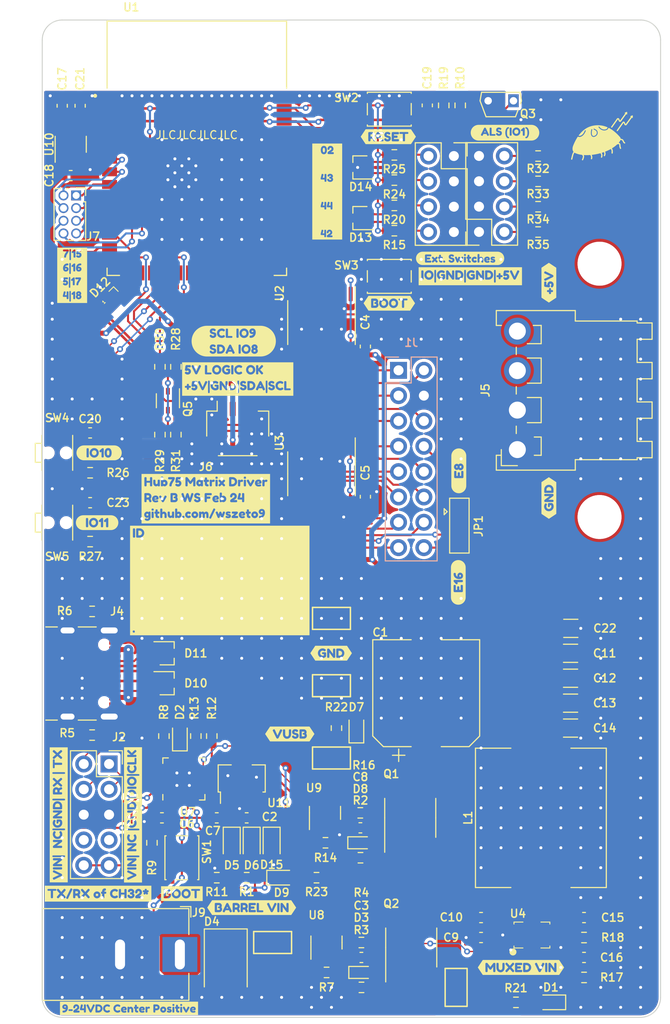
<source format=kicad_pcb>
(kicad_pcb (version 20221018) (generator pcbnew)
  (title_block (title "ESP32 S3 HUB75 Driver") (date "2024-02-04") (rev "B01") (company "Winnie Szeto | github.com/wszeto9 | sites.google.com/view/winnies-renders"))
  (layers (0 "F.Cu" signal) (31 "B.Cu" signal) (34 "B.Paste" user) (35 "F.Paste" user) (36 "B.SilkS" user "B.Silkscreen") (37 "F.SilkS" user "F.Silkscreen") (38 "B.Mask" user) (39 "F.Mask" user) (44 "Edge.Cuts" user))
  (property "AUTHOR" "Winnie Szeto")
  (property "PROJECT_REVISION" "A01")
  (property "PROJECT_TITLE" "WS Template Project")
  (net 0 "")
  (net 1 "/Power and USB Inputs/VUSBC")
  (net 2 "GND")
  (net 3 "/Power and USB Inputs/VCC_CH32")
  (net 4 "Net-(D2-A)")
  (net 5 "/Power and USB Inputs/VIN_BARREL")
  (net 6 "/R1")
  (net 7 "/G1")
  (net 8 "/B1")
  (net 9 "/R2")
  (net 10 "/G2")
  (net 11 "/B2")
  (net 12 "/E8")
  (net 13 "/A")
  (net 14 "/B")
  (net 15 "/C")
  (net 16 "/D")
  (net 17 "/CLK")
  (net 18 "/LAT")
  (net 19 "/OE")
  (net 20 "/E16")
  (net 21 "/Power and USB Inputs/CC1")
  (net 23 "/Power and USB Inputs/CC2")
  (net 25 "/Power and USB Inputs/USB_CH32_N")
  (net 26 "/Power and USB Inputs/USB_CH32_P")
  (net 27 "/E")
  (net 28 "Net-(U4-VCC)")
  (net 29 "/Power and USB Inputs/VSENSE_BARREL")
  (net 30 "Net-(U8-D)")
  (net 31 "/Power and USB Inputs/ENA_BARREL")
  (net 32 "Net-(SW1-B)")
  (net 33 "/Power and USB Inputs/VSENSE_USBPD")
  (net 34 "/Power and USB Inputs/ENA_USBPD")
  (net 35 "Net-(U9-D)")
  (net 36 "Net-(U4-VBST)")
  (net 37 "Net-(U4-SW)")
  (net 38 "/ESP_USB_N")
  (net 39 "/ESP_USB_P")
  (net 40 "/OE_3V")
  (net 41 "Net-(U4-SS)")
  (net 42 "/ADDRE_3V")
  (net 43 "/LAT_3V")
  (net 44 "/ADDRC_3V")
  (net 45 "/ADDRA_3V")
  (net 46 "Net-(U4-FB)")
  (net 47 "/ADDRD_3V")
  (net 48 "/ADDRB_3V")
  (net 49 "/B2_3V")
  (net 50 "/R2_3V")
  (net 51 "/G2_3V")
  (net 52 "/B1_3V")
  (net 53 "/G1_3V")
  (net 54 "/R1_3V")
  (net 55 "+3.3V")
  (net 56 "/~{RST}")
  (net 57 "/CLK_3V")
  (net 58 "/IO1")
  (net 59 "+5V")
  (net 69 "/Power and USB Inputs/CommonSource_USBCPower")
  (net 70 "/Power and USB Inputs/Gate_USBCPower")
  (net 71 "/IO0")
  (net 72 "/VIN_MUXED")
  (net 75 "/Power and USB Inputs/CommonSourceBarrel")
  (net 76 "/Power and USB Inputs/Gate_Barrel")
  (net 78 "/5V6A Buck/BuckEna")
  (net 80 "Net-(NT1-Pad2)")
  (net 81 "Net-(D1-A)")
  (net 82 "Net-(D7-A)")
  (net 83 "Net-(D9-A)")
  (net 84 "/Power and USB Inputs/CH32_TX")
  (net 85 "/Power and USB Inputs/SWDCLK")
  (net 86 "/Power and USB Inputs/CH32_RX")
  (net 87 "/Power and USB Inputs/SWDIO")
  (net 88 "Net-(U7-PB9)")
  (net 94 "/SDA")
  (net 95 "/SCL")
  (net 96 "/IO4")
  (net 97 "/IO5")
  (net 98 "/IO6")
  (net 99 "/IO7")
  (net 100 "/IO15")
  (net 101 "/IO17")
  (net 102 "/IO16")
  (net 103 "/IO18")
  (net 105 "/IO2")
  (net 106 "/IO44")
  (net 107 "/IO43")
  (net 108 "/IO42")
  (net 111 "Net-(D15-K)")
  (net 112 "/Power and USB Inputs/5V_PROG")
  (net 113 "/IO10")
  (net 114 "/IO11")
  (net 115 "/NEOPX_PWR")
  (net 116 "/NEOPX_DATA")
  (net 117 "Net-(SW4-A)")
  (net 118 "Net-(SW5-A)")
  (net 119 "/SDA_EXT")
  (net 120 "/SCL_EXT")
  (net 121 "Net-(J3-Pin_2)")
  (net 122 "Net-(J3-Pin_4)")
  (net 123 "Net-(J3-Pin_6)")
  (net 124 "Net-(J3-Pin_8)")
  (footprint "Capacitor_SMD:C_1206_3216Metric" (layer "F.Cu") (at 132.975 114.5)
    (fp_text reference "C12")
    (fp_text value "1206,22uF,25V,X5R ")
  )
  (footprint "Capacitor_SMD:C_0603_1608Metric" (layer "F.Cu") (at 124 138.5 180)
    (fp_text reference "C10")
    (fp_text value "0603,100nF,50V,X7R ")
  )
  (footprint "LED_SMD:LED_0603_1608Metric" (layer "F.Cu") (at 93.8 120.3 90)
    (fp_text reference "D2")
    (fp_text value "LED_White")
  )
  (footprint "Capacitor_SMD:C_0603_1608Metric" (layer "F.Cu") (at 118.608 57.06 90)
    (fp_text reference "C19")
    (fp_text value "0603,1uF,50V,X5R ")
  )
  (footprint "Capacitor_SMD:C_0603_1608Metric" (layer "F.Cu") (at 100.5 128.5 180)
    (fp_text reference "C2")
    (fp_text value "0603,1uF,50V,X5R ")
  )
  (footprint "kibuzzard-65AE17F6" (layer "F.Cu") (at 130.8 74.84 90)
    (fp_text reference "kibuzzard-65AE17F6" hide)
    (fp_text value "G***" hide)
  )
  (footprint "Resistor_SMD:R_0603_1608Metric" (layer "F.Cu") (at 84.8 100.8)
    (fp_text reference "R27")
    (fp_text value "0603,49.9k")
  )
  (footprint "Package_TO_SOT_SMD:SOT-323_SC-70" (layer "F.Cu") (at 111.877 68.363 180)
    (fp_text reference "D13")
    (fp_text value "SP0502BAJT")
  )
  (footprint "kibuzzard-65C150B0" (layer "F.Cu") (at 99.6 84.5)
    (fp_text reference "kibuzzard-65C150B0" hide)
    (fp_text value "G***" hide)
  )
  (footprint "Resistor_SMD:R_0603_1608Metric" (layer "F.Cu") (at 115.306 64.553 180)
    (fp_text reference "R24")
    (fp_text value "0603,1k")
  )
  (footprint "kibuzzard-65AE1583" (layer "F.Cu") (at 121.718366 104.890449 90)
    (fp_text reference "kibuzzard-65AE1583" hide)
    (fp_text value "G***" hide)
  )
  (footprint "LED_SMD:LED_0603_1608Metric" (layer "F.Cu") (at 104 134.5)
    (fp_text reference "D9")
    (fp_text value "LED_White")
  )
  (footprint "kibuzzard-65C14F52" (layer "F.Cu") (at 97.8 104.7)
    (fp_text reference "kibuzzard-65C14F52" hide)
    (fp_text value "G***" hide)
  )
  (footprint "Capacitor_SMD:C_1206_3216Metric" (layer "F.Cu") (at 132.975 117)
    (fp_text reference "C13")
    (fp_text value "1206,22uF,25V,X5R ")
  )
  (footprint "Capacitor_SMD:C_0603_1608Metric" (layer "F.Cu") (at 111.9 129.5)
    (fp_text reference "C8")
    (fp_text value "0603,100nF,50V,X7R ")
  )
  (footprint "Resistor_SMD:R_0603_1608Metric" (layer "F.Cu") (at 111.89 128 180)
    (fp_text reference "R16")
    (fp_text value "0603,10k")
  )
  (footprint "Button_Switch_SMD:SW_SPST_PTS810" (layer "F.Cu") (at 114.798 74.205)
    (fp_text reference "SW3")
    (fp_text value "PTS810 SJM")
  )
  (footprint "Capacitor_SMD:C_0603_1608Metric" (layer "F.Cu") (at 112.4 81.2375 90)
    (fp_text reference "C4")
    (fp_text value "0603,100nF,50V,X7R ")
  )
  (footprint "kibuzzard-65C06362" (layer "F.Cu") (at 96.4 96.5)
    (fp_text reference "kibuzzard-65C06362" hide)
    (fp_text value "G***" hide)
  )
  (footprint "kibuzzard-65AE10D9" (layer "F.Cu") (at 114.8 76.9)
    (fp_text reference "kibuzzard-65AE10D9" hide)
    (fp_text value "G***" hide)
  )
  (footprint "Capacitor_SMD:C_0603_1608Metric" (layer "F.Cu") (at 92 128.5 180)
    (fp_text reference "C6")
    (fp_text value "0603,100nF,50V,X7R ")
  )
  (footprint "Package_TO_SOT_SMD:SOT-323_SC-70" (layer "F.Cu") (at 92.5 115)
    (fp_text reference "D10")
    (fp_text value "SP0502BAJT")
  )
  (footprint "Resistor_SMD:R_0603_1608Metric" (layer "F.Cu") (at 129.72 69.76)
    (fp_text reference "R35")
    (fp_text value "0603,0")
  )
  (footprint "Package_TO_SOT_SMD:SOT-89-3" (layer "F.Cu") (at 100 124.55 90)
    (fp_text reference "U11")
    (fp_text value "L78L05_SOT89")
  )
  (footprint "Resistor_SMD:R_0603_1608Metric" (layer "F.Cu") (at 91.8 90.075 90)
    (fp_text reference "R29")
    (fp_text value "0603,10k")
  )
  (footprint "Resistor_SMD:R_0603_1608Metric" (layer "F.Cu") (at 115.306 67.093 180)
    (fp_text reference "R20")
    (fp_text value "0603,1k")
  )
  (footprint "Connector_PinSocket_2.54mm:PinSocket_2x04_P2.54mm_Vertical" (layer "F.Cu") (at 121.275 62.14)
    (fp_text reference "J8" hide)
    (fp_text value "2x04 Socket P2.54mm")
  )
  (footprint "Diode_SMD:D_SOD-523" (layer "F.Cu") (at 112 144)
    (fp_text reference "D3")
    (fp_text value "BZT52C15T-7")
  )
  (footprint "Connector_PinSocket_2.54mm:PinSocket_2x04_P2.54mm_Vertical" (layer "F.Cu") (at 123.795 69.75 180)
    (fp_text reference "J3" hide)
    (fp_text value "2x04 Socket P2.54mm")
  )
  (footprint "kibuzzard-65C150D7" (layer "F.Cu") (at 99.2 80.7)
    (fp_text reference "kibuzzard-65C150D7" hide)
    (fp_text value "G***" hide)
  )
  (footprint "Package_TO_SOT_SMD:SOT-23" (layer "F.Cu") (at 108.5 141 90)
    (fp_text reference "U8")
    (fp_text value "AO3400A")
  )
  (footprint "Resistor_SMD:R_0603_1608Metric" (layer "F.Cu") (at 109.5 119.5 90)
    (fp_text reference "R22")
    (fp_text value "0603,1k")
  )
  (footprint "Package_SO:TSSOP-20_4.4x6.5mm_P0.65mm" (layer "F.Cu") (at 108 78.8375 -90)
    (fp_text reference "U2")
    (fp_text value "74AHCT245PW,118")
  )
  (footprint "LED_SMD:LED_SK6812_EC15_1.5x1.5mm" (layer "F.Cu") (at 87.15 76.45 45)
    (fp_text reference "D12")
    (fp_text value "SK6805-EC15")
  )
  (footprint "Diode_SMD:D_SOD-323" (layer "F.Cu") (at 103 131.05 -90)
    (fp_text reference "D15")
    (fp_text value "1N4148WS")
  )
  (footprint "Resistor_SMD:R_0603_1608Metric" (layer "F.Cu") (at 112.01 145.5)
    (fp_text reference "R3")
    (fp_text value "0603,100k")
  )
  (footprint "Package_TO_SOT_SMD:SOT-23" (layer "F.Cu") (at 108.35 128 90)
    (fp_text reference "U9")
    (fp_text value "AO3400A")
  )
  (footprint "kibuzzard-65C01916" (layer "F.Cu") (at 85.6 136.1)
    (fp_text reference "kibuzzard-65C01916" hide)
    (fp_text value "G***" hide)
  )
  (footprint "Package_SO:TSSOP-20_4.4x6.5mm_P0.65mm" (layer "F.Cu") (at 108 94 -90)
    (fp_text reference "U3")
    (fp_text value "74AHCT245PW,118")
  )
  (footprint "kibuzzard-65C028B8" (layer "F.Cu") (at 85.5 98.9)
    (fp_text reference "kibuzzard-65C028B8" hide)
    (fp_text value "G***" hide)
  )
  (footprint "kibuzzard-65AE10E5" (layer "F.Cu") (at 114.7 60.2)
    (fp_text reference "kibuzzard-65AE10E5" hide)
    (fp_text value "G***" hide)
  )
  (footprint "kibuzzard-65AE16C6" (layer "F.Cu") (at 104.82044 120.090679)
    (fp_text reference "kibuzzard-65AE16C6" hide)
    (fp_text value "G***" hide)
  )
  (footprint "kibuzzard-65BF1E36" (layer "F.Cu") (at 101 137.5)
    (fp_text reference "kibuzzard-65BF1E36" hide)
    (fp_text value "G***" hide)
  )
  (footprint "Button_Switch_SMD:SW_SPST_EVQP7C" (layer "F.Cu") (at 81.5 98.9 -90)
    (fp_text reference "SW5")
    (fp_text value "EVQ-P7C01P")
  )
  (footprint "Connector_JST:JST_VH_S4P-VH_1x04_P3.96mm_Horizontal" (layer "F.Cu") (at 127.64 91.575 90)
    (fp_text reference "J5")
    (fp_text value "S4P-VH")
  )
  (footprint "Package_TO_SOT_THT:TO-92S-2" (layer "F.Cu") (at 127.25 56.6 180)
    (fp_text reference "Q3")
    (fp_text value "Q_Photo_NPN")
  )
  (footprint "kibuzzard-65C027DC" (layer "F.Cu") (at 126.4 59.8)
    (fp_text reference "kibuzzard-65C027DC" hide)
    (fp_text value "G***" hide)
  )
  (footprint "Resistor_SMD:R_0603_1608Metric" (layer "F.Cu") (at 129.72 64.68)
    (fp_text reference "R33")
    (fp_text value "0603,0")
  )
  (footprint "Resistor_SMD:R_0603_1608Metric" (layer "F.Cu") (at 95.4 120.3 90)
    (fp_text reference "R13")
    (fp_text value "0603,1k")
  )
  (footprint "Capacitor_SMD:C_0603_1608Metric" (layer "F.Cu") (at 134.325 142.5 180)
    (fp_text reference "C16")
    (fp_text value "0603,22pF,50V,C0G ")
  )
  (footprint "WS_LCSC_ICs:VQFN-HR12_RJN_TEX" (layer "F.Cu") (at 129.1 140.250063 90)
    (fp_text reference "U4")
    (fp_text value "TPS51385RJNR")
  )
  (footprint "kibuzzard-65C027AA" (layer "F.Cu") (at 121.9 72.4)
    (fp_text reference "kibuzzard-65C027AA" hide)
    (fp_text value "G***" hide)
  )
  (footprint "LED_SMD:LED_0603_1608Metric" (layer "F.Cu") (at 111.5 119.5 90)
    (fp_text reference "D7")
    (fp_text value "LED_White")
  )
  (footprint "Jumper:SolderJumper-3_P2.0mm_Open_TrianglePad1.0x1.5mm" (layer "F.Cu") (at 121.8 99.2 -90)
    (fp_text reference "JP1")
    (fp_text value "EJumper")
  )
  (footprint "Resistor_SMD:R_0603_1608Metric" (layer "F.Cu") (at 115.306 69.627 180)
    (fp_text reference "R15")
    (fp_text value "0603,1k")
  )
  (footprint "kibuzzard-65C15813" (layer "F.Cu") (at 108.575 65.7)
    (fp_text reference "kibuzzard-65C15813" hide)
    (fp_text value "G***" hide)
  )
  (footprint "Resistor_SMD:R_0603_1608Metric" (layer "F.Cu") (at 107.5 134.5 180)
    (fp_text reference "R23")
    (fp_text value "0603,1k")
  )
  (footprint "Button_Switch_SMD:SW_SPST_PTS810" (layer "F.Cu") (at 94 132.5 90)
    (fp_text reference "SW1")
    (fp_text value "PTS810 SJM")
  )
  (footprint "Package_TO_SOT_SMD:SOT-363_SC-70-6" (layer "F.Cu") (at 92.6 86.675 -90)
    (fp_text reference "Q5")
    (fp_text value "BSS138BKS")
  )
  (footprint "Resistor_SMD:R_0603_1608Metric" (layer "F.Cu") (at 120.259 57.06 -90)
    (fp_text reference "R19")
    (fp_text value "0603,10k")
  )
  (footprint "kibuzzard-65C028A7" (layer "F.Cu") (at 85.7 91.9)
    (fp_text reference "kibuzzard-65C028A7" hide)
    (fp_text value "G***" hide)
  )
  (footprint "Capacitor_SMD:C_1206_3216Metric" (layer "F.Cu") (at 133 109.5)
    (fp_text reference "C22")
    (fp_text value "1206,22uF,25V,X5R ")
  )
  (footprint "Package_TO_SOT_SMD:SOT-323_SC-70" (layer "F.Cu") (at 111.877 63.283 180)
    (fp_text reference "D14")
    (fp_text value "SP0502BAJT")
  )
  (footprint "kibuzzard-65C01956" (layer "F.Cu") (at 94 136.1)
    (fp_text reference "kibuzzard-65C01956" hide)
    (fp_text value "G***" hide)
  )
  (footprint "LED_SMD:LED_0603_1608Metric" (layer "F.Cu") (at 131 147 180)
    (fp_text reference "D1")
    (fp_text value "LED_White")
  )
  (footprint "WS_LCSC_Mechanical:Logo" (layer "F.Cu") (at 132.29 56.885)
    (fp_text reference "LOGO1" hide)
    (fp_text value "~" hide)
  )
  (footprint "Package_TO_SOT_SMD:SOT-323_SC-70" (layer "F.Cu") (at 92.5 112)
    (fp_text reference "D11")
    (fp_text value "SP0502BAJT")
  )
  (footprint "Button_Switch_SMD:SW_SPST_EVQP7C" (layer "F.Cu") (at 81.5 91.9 -90)
    (fp_text reference "SW4")
    (fp_text value "EVQ-P7C01P")
  )
  (footprint "kibuzzard-65AE1804" (layer "F.Cu") (at 130.8 96.43 90)
    (fp_text reference "kibuzzard-65AE1804" hide)
    (fp_text value "G***" hide)
  )
  (footprint "Resistor_SMD:R_0603_1608Metric" (layer "F.Cu") (at 85 120.2 180)
    (fp_text reference "R5")
    (fp_text value "0603,5.1k")
  )
  (footprint "kibuzzard-65BFF68F" (layer "F.Cu") (at 83 74.1)
    (fp_text reference "kibuzzard-65BFF68F" hide)
    (fp_text value "G***" hide)
  )
  (footprint "Mounting_Wuerth:Mounting_Wuerth_WA-SMSI-M3_H5mm_9774050360" (layer "F.Cu") (at 135.88 98.335 180)
    (fp_text reference "H2" hide)
    (fp_text value "WA-SMSI M3-H5mm" hide)
  )
  (footprint "Resistor_SMD:R_0603_1608Metric" (layer "F.Cu") (at 112 141 180)
    (fp_text reference "R4")
    (fp_text value "0603,10k")
  )
  (footprint "Resistor_SMD:R_0603_1608Metric" (layer "F.Cu") (at 134.329637 144.503301 180)
    (fp_text reference "R17")
    (fp_text value "0603,49.9k")
  )
  (footprint "Connector_JST:JST_SH_SM04B-SRSS-TB_1x04-1MP_P1.00mm_Horizontal" (layer "F.Cu") (at 99.6 89.5)
    (fp_text reference "J6")
    (fp_text value "JST-SH-SM04B")
  )
  (footprint "Diode_SMD:D_SOD-323" (layer "F.Cu") (at 99 131.05 -90)
    (fp_text reference "D5")
    (fp_text value "1N4148WS")
  )
  (footprint "Resistor_SMD:R_0603_1608Metric" (layer "F.Cu") (at 97.5 134.5 180)
    (fp_text reference "R11")
    (fp_text value "0603,1k")
  )
  (footprint "WS_LCSC_Connectors:BarrelJack_Horizontal" (layer "F.Cu") (at 93.8 142.2)
    (fp_text reference "J9")
    (fp_text value "Barrel_Jack")
  )
  (footprint "kibuzzard-65BF1DC3" (layer "F.Cu") (at 128 143.5)
    (fp_text reference "kibuzzard-65BF1DC3" hide)
    (fp_text value "G***" hide)
  )
  (footprint "Diode_SMD:D_SOD-523" (layer "F.Cu") (at 111.9 131)
    (fp_text reference "D8")
    (fp_text value "BZT52C15T-7")
  )
  (footprint "Resistor_SMD:R_0603_1608Metric" (layer "F.Cu") (at 111.91 132.5)
    (fp_text reference "R2")
    (fp_text value "0603,100k")
  )
  (footprint "Resistor_SMD:R_0603_1608Metric" (layer "F.Cu") (at 85 107.8 180)
    (fp_text reference "R6")
    (fp_text value "0603,5.1k")
  )
  (footprint "Capacitor_SMD:C_0603_1608Metric" (layer "F.Cu") (at 134.325 138.5)
    (fp_text reference "C15")
    (fp_text value "0603,100nF,50V,X7R ")
  )
  (footprint "Resistor_SMD:R_0603_1608Metric" (layer "F.Cu") (at 97 120.3 -90)
    (fp_text reference "R12")
    (fp_text value "0603,10k")
  )
  (footprint "Resistor_SMD:R_0603_1608Metric" (layer "F.Cu") (at 115.306 62.027 180)
    (fp_text reference "R25")
    (fp_text value "0603,1k")
  )
  (footprint "Capacitor_SMD:C_0603_1608Metric" (layer "F.Cu") (at 84.8 89.9 180)
    (fp_text reference "C20")
    (fp_text value "0603,100nF,50V,X7R ")
  )
  (footprint "Resistor_SMD:R_0603_1608Metric" (layer "F.Cu") (at 93.4 90.075 90)
    (fp_text reference "R31")
    (fp_text value "0603,10k")
  )
  (footprint "NetTie:NetTie-2_SMD_Pad0.5mm" (layer "F.Cu") (at 136.5 109.5)
    (fp_text reference "NT1" hide)
    (fp_text value "NetTie_2" hide)
  )
  (footprint "kibuzzard-65C018C7" (layer "F.Cu") (at 81.651094 128.2 90)
    (fp_text reference "kibuzzard-65C018C7" hide)
    (fp_text value "G***" hide)
  )
  (footprint "Resistor_SMD:R_0603_1608Metric" (layer "F.Cu") (at 100.5 134.5 180)
    (fp_text reference "R1")
    (fp_text value "0603,10k")
  )
  (footprint "Resistor_SMD:R_0603_1608Metric" (layer "F.Cu") (at 108.51 144)
    (fp_text reference "R7")
    (fp_text value "0603,1k")
  )
  (footprint "TestPoint:TestPoint_Keystone_5015_Micro-Minature" (layer "F.Cu") (at 109 115.25)
    (fp_text reference "TP5" hide)
    (fp_text value "TestPoint" hide)
  )
  (footprint "Package_TO_SOT_SMD:SOT-23-5" (layer "F.Cu") (at 82.853634 60.9625 90)
    (fp_text reference "U10")
    (fp_text value "AP2112K-3.3")
  )
  (footprint "Capacitor_SMD:C_0603_1608Metric" (layer "F.Cu") (at 112.4 96.3 90)
    (fp_text reference "C5")
    (fp_text value "0603,100nF,50V,X7R ")
  )
  (footprint "Resistor_SMD:R_0603_1608Metric" (layer "F.Cu") (at 134.325 140.5)
    (fp_text reference "R18")
    (fp_text value "0603,6.8k")
  )
  (footprint "Resistor_SMD:R_0603_1608Metric" (layer "F.Cu") (at 92.2 120.3 90)
    (fp_text reference "R8")
    (fp_text value "0603,1k")
  )
  (footprint "Mounting_Wuerth:Mounting_Wuerth_WA-SMSI-M3_H5mm_9774050360" (layer "F.Cu") (at 135.88 72.935 180)
    (fp_text reference "H1" hide)
    (fp_text value "WA-SMSI M3-H5mm" hide)
  )
  (footprint "kibuzzard-65C019AC" (layer "F.Cu") (at 88.7 147.6)
    (fp_text reference "kibuzzard-65C019AC" hide)
    (fp_text value "G***" hide)
  )
  (footprint "Connector_USB:USB_C_Receptacle_GCT_USB4105-xx-A_16P_TopMnt_Horizontal" (layer "F.Cu") (at 83.61 114.027818 -90)
    (fp_text reference "J4")
    (fp_text value "USB4105")
  )
  (footprint "Diode_SMD:D_SMB" (layer "F.Cu") (at 98.4 143.3 -90)
    (fp_text reference "D4")
    (fp_text value "SMBJ24A")
  )
  (footprint "Resistor_SMD:R_0603_1608Metric" (layer "F.Cu") (at 91.8 83.275 -90)
    (fp_text reference "R30")
    (fp_text value "0603,10k")
  )
  (footprint "WS_Modules:XCVR_ESP32-S3-WROOM-1-N16R2" (layer "F.Cu") (at 95.5 61.36)
    (fp_text reference "U1")
    (fp_text value "ESP32-S3-WROOM-1-N16")
  )
  (footprint "Capacitor_SMD:C_0603_1608Metric" (layer "F.Cu") (at 97.5 128.5)
    (fp_text reference "C7")
    (fp_text value "0603,100nF,50V,X7R ")
  )
  (footprint "Resistor_SMD:R_0603_1608Metric" (layer "F.Cu") (at 84.8 93.9)
    (fp_text reference "R26")
    (fp_text value "0603,49.9k")
  )
  (footprint "Resistor_SMD:R_0603_1608Metric" (layer "F.Cu") (at 129.72 62.14)
    (fp_text reference "R32")
    (fp_text value "0603,0")
  )
  (footprint "Resistor_SMD:R_0603_1608Metric" (layer "F.Cu") (at 121.91 57.06 -90)
    (fp_text reference "R10")
    (fp_text value "0603,1k")
  )
  (footprint "kibuzzard-65C018EB" (layer "F.Cu") (at 89.1 128.2 90)
    (fp_text reference "kibuzzard-65C018EB" hide)
    (fp_text value "G***" hide)
  )
  (footprint "Capacitor_SMD:C_0603_1608Metric" (layer "F.Cu") (at 124 140.5 180)
    (fp_text reference "C9")
    (fp_text value "0603,1uF,50V,X5R ")
  )
  (footprint "TestPoint:TestPoint_Keystone_5015_Micro-Minature" (layer "F.Cu") (at 109 122.5)
    (fp_text reference "TP2" hide)
    (fp_text value "TestPoint" hide)
  )
  (footprint "Package_DFN_QFN:QFN-28-1EP_4x4mm_P0.4mm_EP2.3x2.3mm" (layer "F.Cu") (at 94.2 124.6 90)
    (fp_text reference "U7")
    (fp_text value "CH32X035G8U6")
  )
  (footprint "Resistor_SMD:R_0603_1608Metric" (layer "F.Cu") (at 93.4 83.275 -90)
    (fp_text reference "R28")
    (fp_text value "0603,10k")
  )
  (footprint "Button_Switch_SMD:SW_SPST_PTS810" (layer "F.Cu") (at 114.798 57.441)
    (fp_text reference "SW2")
    (fp_text value "PTS810 SJM")
  )
  (footprint "Capacitor_SMD:C_0603_1608Metric" (layer "F.Cu") (at 83.8 57.1 90)
    (fp_text reference "C21")
    (fp_text value "0603,100nF,50V,X7R ")
  )
  (footprint "Package_SO:SO-8_3.9x4.9mm_P1.27mm" (layer "F.Cu") (at 116.9 128.5 90)
    (fp_text reference "Q1")
    (fp_text value "DMP3036SSD")
  )
  (footprint "Capacitor_SMD:C_1206_3216Metric" (layer "F.Cu") (at 132.975 112)
    (fp_text reference "C11")
    (fp_text value "1206,22uF,25V,X5R ")
  )
  (footprint "Connector_PinSocket_2.54mm:PinSocket_2x05_P2.54mm_Vertical" (layer "F.Cu") (at 86.7 123.1)
    (fp_text reference "J2")
    (fp_text value "Conn_02x05_Odd_Even")
  )
  (footprint "Capacitor_SMD:CP_Elec_10x12.5" (layer "F.Cu") (at 118.5 116 90)
    (fp_text reference "C1")
    (fp_text value "560uF/25V")
  )
  (footprint "kibuzzard-65AE1571" (layer "F.Cu") (at 121.768066 93.703371 90)
    (fp_text reference "kibuzzard-65AE1571" hide)
    (fp_text value "G***" hide)
  )
  (footprint "TestPoint:TestPoint_Keystone_5015_Micro-Minature" (layer "F.Cu") (at 121.5 145.5 90)
    (fp_text reference "TP1" hide)
    (fp_text value "TestPoint" hide)
  )
  (footprint "Capacitor_SMD:C_0603_1608Metric" (layer "F.Cu") (at 82 57.1 90)
    (fp_text reference "C17")
    (fp_text value "0603,10uF,10V,X5R ")
  )
  (footprint "Resistor_SMD:R_0603_1608Metric" (layer "F.Cu") (at 127.5 147)
    (fp_text reference "R21")
    (fp_text value "0603,1k")
  )
  (footprint "TestPoint:TestPoint_Keystone_5015_Micro-Minature" (layer "F.Cu") (at 109 108.5)
    (fp_text reference "TP4" hide)
    (fp_text value "TestPoint" hide)
  )
  (footprint "kibuzzard-65AE16BC" (layer "F.Cu") (at 108.965149 111.988986)
    (fp_text reference "kibuzzard-65AE16BC" hide)
    (fp_text value "G***" hide)
  )
  (footprint "Diode_SMD:D_SOD-323" (layer "F.Cu") (at 101 131.05 -90)
    (fp_text reference "D6")
    (fp_text value "1N4148WS")
  )
  (footprint "Resistor_SMD:R_0603_1608Metric" (layer "F.Cu") (at 129.72 67.22)
    (fp_text reference "R34")
    (fp_text value "0603,0")
  )
  (footprint "Capacitor_SMD:C_0603_1608Metric" (layer "F.Cu") (at 82.853634 64.1)
    (fp_text reference "C18")
    (fp_text value "0603,10uF,10V,X5R ")
  )
  (footprint "Capacitor_SMD:C_0603_1608Metric" (layer "F.Cu") (at 84.8 96.9 180)
    (fp_text reference "C23")
    (fp_text value "0603,100nF,50V,X7R ")
  )
  (footprint "Connector_PinSocket_1.27mm:PinSocket_2x04_P1.27mm_Vertical" (layer "F.Cu") (at 83.4 66.09)
    (fp_text reference "J7")
    (fp_text value "2x04 Socket P1.27mm")
  )
  (footprint "Package_SO:SO-8_3.9x4.9mm_P1.27mm" (layer "F.Cu") (at 117 141.5 90)
    (fp_text reference "Q2")
    (fp_text value "DMP3036SSD")
  )
  (footprint "kibuzzard-65C1584F" (layer "F.Cu") (at 122.922141 74.191568)
    (fp_text reference "kibuzzard-65C1584F" hide)
    (fp_text value "G***" hide)
  )
  (footprint "Resistor_SMD:R_0603_1608Metric" (layer "F.Cu") (at 91 131 -90)
    (fp_text reference "R9")
    (fp_text value "0603,4.7k")
  )
  (footprint "TestPoint:TestPoint_Keystone_5015_Micro-Minature" (layer "F.Cu") (at 103.1 141)
    (fp_text reference "TP3" hide)
    (fp_text value "TestPoint" hide)
  )
  (footprint "Capacitor_SMD:C_1206_3216Metric" (layer "F.Cu") (at 132.975 119.5)
    (fp_text reference "C14")
    (fp_text value "1206,22uF,25V,X5R ")
  )
  (footprint "Inductor_SMD:L_Sunlord_MWSA1206S-1R5" (layer "F.Cu") (at 130 128.5 90)
    (fp_text reference "L1")
    (fp_text value "DR125-1R0-R")
  )
  (footprint "Resistor_SMD:R_0603_1608Metric" (layer "F.Cu") (at 108.4 131)
    (fp_text reference "R14")
    (fp_text value "0603,1k")
  )
  (footprint "Capacitor_SMD:C_0603_1608Metric" (layer "F.Cu") (at 112 142.5)
    (fp_text reference "C3")
    (fp_text value "0603,100nF,50V,X7R ")
  )
  (footprint "Connector_PinSocket_2.54mm:PinSocket_2x08_P2.54mm_Vertical" (layer "B.Cu") (at 115.725 83.625 180)
    (fp_text reference "J1")
    (fp_text value "2x08 Pin Socket P2.54mm")
  )
  (gr_line (start 142 50.5) (end 142 146.5) (stroke (width 0.1)) (layer "Edge.Cuts"))
  (gr_line (start 140 148.5) (end 82 148.5) (stroke (width 0.1)) (layer "Edge.Cuts"))
  (gr_arc (start 80 50.5) (mid 80.585786 49.085786) (end 82 48.5) (stroke (width 0.1)) (layer "Edge.Cuts"))
  (gr_arc (start 82 148.5) (mid 80.585786 147.914214) (end 80 146.5) (stroke (width 0.1)) (layer "Edge.Cuts"))
  (gr_line (start 80 146.5) (end 80 50.5) (stroke (width 0.1)) (layer "Edge.Cuts"))
  (gr_arc (start 142 146.5) (mid 141.414214 147.914214) (end 140 148.5) (stroke (width 0.1)) (layer "Edge.Cuts"))
  (gr_arc (start 140 48.5) (mid 141.414214 49.085786) (end 142 50.5) (stroke (width 0.1)) (layer "Edge.Cuts"))
  (gr_line (start 82 48.5) (end 140 48.5) (stroke (width 0.1)) (layer "Edge.Cuts"))
  (gr_text "JLCJLCJLCJLC" (at 91.3 60.5) (layer "F.SilkS") (effects (font (size 0.8 0.8) (thickness 0.12)) (justify left bottom)))
  (segment (start 88.639761 116.427818) (end 88.641889 116.42569) (width 0.5) (layer "F.Cu") (net 1))
  (segment (start 104.4 129.7) (end 104.4 126.9) (width 0.2032) (layer "F.Cu") (net 1))
  (segment (start 102 132.1) (end 104.4 129.7) (width 0.2032) (layer "F.Cu") (net 1))
  (segment (start 87.29 111.627818) (end 88.635727 111.627818) (width 0.5) (layer "F.Cu") (net 1))
  (segment (start 88.635727 111.627818) (end 88.637936 111.630027) (width 0.5) (layer "F.Cu") (net 1))
  (segment (start 87.29 116.427818) (end 88.639761 116.427818) (width 0.5) (layer "F.Cu") (net 1))
  (segment (start 101 132.1) (end 102 132.1) (width 0.2032) (layer "F.Cu") (net 1))
  (segment (start 97 119.475) (end 97 118) (width 0.2032) (layer "F.Cu") (net 1))
  (via (at 88.641889 116.42569) (size 0.6) (drill 0.3) (layers "F.Cu" "B.Cu") (net 1))
  (via (at 104.4 123.5) (size 0.6) (drill 0.3) (layers "F.Cu" "B.Cu") (net 1))
  (via (at 104.4 126.9) (size 0.6) (drill 0.3) (layers "F.Cu" "B.Cu") (net 1))
  (via (at 88.637936 111.630027) (size 0.6) (drill 0.3) (layers "F.Cu" "B.Cu") (net 1))
  (segment (start 104.4 126.9) (end 104.4 123.5) (width 0.2032) (layer "B.Cu") (net 1))
  (segment (start 88.641889 111.63398) (end 88.637936 111.630027) (width 0.5) (layer "B.Cu") (net 1))
  (segment (start 88.641889 116.42569) (end 88.641889 111.63398) (width 1) (layer "B.Cu") (net 1))
  (segment (start 110.275 98.286) (end 110.226 98.335) (width 0.2032) (layer "F.Cu") (net 2))
  (segment (start 87.15 77.086396) (end 86.386396 77.086396) (width 0.1524) (layer "F.Cu") (net 2))
  (segment (start 93.8 121.0875) (end 93.8 121.075) (width 0.25) (layer "F.Cu") (net 2))
  (segment (start 110.275 92.317) (end 109.845 92.747) (width 0.2032) (layer "F.Cu") (net 2))
  (segment (start 110.275531 77.444917) (end 110.275531 75.975531) (width 0.2032) (layer "F.Cu") (net 2))
  (segment (start 123.225 140.5) (end 122.5 140.5) (width 0.5) (layer "F.Cu") (net 2))
  (segment (start 95.4 118.9) (end 95 118.5) (width 0.25) (layer "F.Cu") (net 2))
  (segment (start 110.275531 75.975531) (end 110.275 75.975) (width 0.2032) (layer "F.Cu") (net 2))
  (segment (start 85.8 76.5) (end 85.8 75.3) (width 0.1524) (layer "F.Cu") (net 2))
  (segment (start 127.7 141.000252) (end 127.7 141.026156) (width 0.25) (layer "F.Cu") (net 2))
  (segment (start 127.7 140) (end 126.421184 140) (width 0.25) (layer "F.Cu") (net 2))
  (segment (start 110.877 63.283) (end 111.623 63.283) (width 0.2032) (layer "F.Cu") (net 2))
  (segment (start 93.8 121.075) (end 95.4 119.475) (width 0.25) (layer "F.Cu") (net 2))
  (segment (start 110.275 80.604) (end 109.591 79.92) (width 0.2032) (layer "F.Cu") (net 2))
  (segment (start 129.600126 140.756364) (end 129.600126 141.960253) (width 0.25) (layer "F.Cu") (net 2))
  (segment (start 110.275 81.7) (end 110.275 80.604) (width 0.2032) (layer "F.Cu") (net 2))
  (segment (start 82.853634 63.325) (end 83.628634 64.1) (width 0.2032) (layer "F.Cu") (net 2))
  (segment (start 110.275 91.1375) (end 110.275 92.317) (width 0.2032) (layer "F.Cu") (net 2))
  (segment (start 127.7 141.026156) (end 126.979124 141.747032) (width 0.25) (layer "F.Cu") (net 2))
  (segment (start 112.4 95.525) (end 113.258 95.525) (width 0.2032) (layer "F.Cu") (net 2))
  (segment (start 103.2125 134.5) (end 103.2125 133.219273) (width 0.25) (layer "F.Cu") (net 2))
  (segment (start 82.853634 62.1) (end 82.853634 63.325) (width 0.2032) (layer "F.Cu") (net 2))
  (segment (start 126.421184 140) (end 126.173361 140.247823) (width 0.25) (layer "F.Cu") (net 2))
  (segment (start 103.2125 133.219273) (end 103.201441 133.208214) (width 0.25) (layer "F.Cu") (net 2))
  (segment (start 110.275 96.8625) (end 110.275 98.286) (width 0.2032) (layer "F.Cu") (net 2))
  (segment (start 129.600126 141.960253) (end 129.85625 142.216377) (width 0.25) (layer "F.Cu") (net 2))
  (segment (start 86.386396 77.086396) (end 85.8 76.5) (width 0.2032) (layer "F.Cu") (net 2))
  (segment (start 95.4 119.475) (end 95.4 118.9) (width 0.25) (layer "F.Cu") (net 2))
  (segment (start 113.258 95.525) (end 113.528 95.795) (width 0.2032) (layer "F.Cu") (net 2))
  (via (at 118 80.5) (size 0.6) (drill 0.3) (layers "F.Cu" "B.Cu") (net 2))
  (via (at 98 60.5) (size 0.6) (drill 0.3) (layers "F.Cu" "B.Cu") (net 2))
  (via (at 102 88.5) (size 0.6) (drill 0.3) (layers "F.Cu" "B.Cu") (net 2))
  (via (at 95.4 84.9) (size 0.6) (drill 0.3) (layers "F.Cu" "B.Cu") (net 2))
  (via (at 86 140.5) (size 0.6) (drill 0.3) (layers "F.Cu" "B.Cu") (net 2))
  (via (at 93.5 124) (size 0.6) (drill 0.3) (layers "F.Cu" "B.Cu") (net 2))
  (via (at 94 108.5) (size 0.6) (drill 0.3) (layers "F.Cu" "B.Cu") (net 2))
  (via (at 90 108.5) (size 0.6) (drill 0.3) (layers "F.Cu" "B.Cu") (net 2))
  (via (at 140 124.5) (size 0.6) (drill 0.3) (layers "F.Cu" "B.Cu") (net 2))
  (via (at 82 102.5) (size 0.6) (drill 0.3) (layers "F.Cu" "B.Cu") (net 2))
  (via (at 98 112.5) (size 0.6) (drill 0.3) (layers "F.Cu" "B.Cu") (net 2))
  (via (at 82 74.5) (size 0.6) (drill 0.3) (layers "F.Cu" "B.Cu") (net 2))
  (via (at 94 60.5) (size 0.6) (drill 0.3) (layers "F.Cu" "B.Cu") (net 2))
  (via (at 90 56.1) (size 0.6) (drill 0.3) (layers "F.Cu" "B.Cu") (net 2))
  (via (at 100 60.5) (size 0.6) (drill 0.3) (layers "F.Cu" "B.Cu") (net 2))
  (via (at 100 106.5) (size 0.6) (drill 0.3) (layers "F.Cu" "B.Cu") (net 2))
  (via (at 136 127.5) (size 0.6) (drill 0.3) (layers "F.Cu" "B.Cu") (net 2))
  (via (at 82 146.5) (size 0.6) (drill 0.3) (layers "F.Cu" "B.Cu") (net 2))
  (via (at 124 129.5) (size 0.6) (drill 0.3) (layers "F.Cu" "B.Cu") (net 2))
  (via (at 82 106.5) (size 0.6) (drill 0.3) (layers "F.Cu" "B.Cu") (net 2))
  (via (at 104 108.5) (size 0.6) (drill 0.3) (layers "F.Cu" "B.Cu") (net 2))
  (via (at 94 70.5) (size 0.6) (drill 0.3) (layers "F.Cu" "B.Cu") (net 2))
  (via (at 132 131.5) (size 0.6) (drill 0.3) (layers "F.Cu" "B.Cu") (net 2))
  (via (at 136 88.5) (size 0.6) (drill 0.3) (layers "F.Cu" "B.Cu") (net 2))
  (via (at 86 104.5) (size 0.6) (drill 0.3) (layers "F.Cu" "B.Cu") (net 2))
  (via (at 116 114.5) (size 0.6) (drill 0.3) (layers "F.Cu" "B.Cu") (net 2))
  (via (at 104 96.5) (size 0.6) (drill 0.3) (layers "F.Cu" "B.Cu") (net 2))
  (via (at 108.8 56.1) (size 0.6) (drill 0.3) (layers "F.Cu" "B.Cu") (net 2))
  (via (at 86 102.5) (size 0.6) (drill 0.3) (layers "F.Cu" "B.Cu") (net 2))
  (via (at 136 86.5) (size 0.6) (drill 0.3) (layers "F.Cu" "B.Cu") (net 2))
  (via (at 138 147.5) (size 0.6) (drill 0.3) (layers "F.Cu" "B.Cu") (net 2))
  (via (at 94.75 124) (size 0.6) (drill 0.3) (layers "F.Cu" "B.Cu") (net 2))
  (via (at 108 104.5) (size 0.6) (drill 0.3) (layers "F.Cu" "B.Cu") (net 2))
  (via (at 88 104.5) (size 0.6) (drill 0.3) (layers "F.Cu" "B.Cu") (net 2))
  (via (at 128 129.5) (size 0.6) (drill 0.3) (layers "F.Cu" "B.Cu") (net 2))
  (via (at 108 146.5) (size 0.6) (drill 0.3) (layers "F.Cu" "B.Cu") (net 2))
  (via (at 114 110.5) (size 0.6) (drill 0.3) (layers "F.Cu" "B.Cu") (net 2))
  (via (at 116 118.5) (size 0.6) (drill 0.3) (layers "F.Cu" "B.Cu") (net 2))
  (via (at 120 112.5) (size 0.6) (drill 0.3) (layers "F.Cu" "B.Cu") (net 2))
  (via (at 136 84.5) (size 0.6) (drill 0.3) (layers "F.Cu" "B.Cu") (net 2))
  (via (at 114 72.5) (size 0.6) (drill 0.3) (layers "F.Cu" "B.Cu") (net 2))
  (via (at 102 60.5) (size 0.6) (drill 0.3) (layers "F.Cu" "B.Cu") (net 2))
  (via (at 108 106.5) (size 0.6) (drill 0.3) (layers "F.Cu" "B.Cu") (net 2))
  (via (at 124 127.5) (size 0.6) (drill 0.3) (layers "F.Cu" "B.Cu") (net 2))
  (via (at 88 136.5) (size 0.6) (drill 0.3) (layers "F.Cu" "B.Cu") (net 2))
  (via (at 138 82.5) (size 0.6) (drill 0.3) (layers "F.Cu" "B.Cu") (net 2))
  (via (at 122 114.5) (size 0.6) (drill 0.3) (layers "F.Cu" "B.Cu") (net 2))
  (via (at 116 76.5) (size 0.6) (drill 0.3) (layers "F.Cu" "B.Cu") (net 2))
  (via (at 118 116.5) (size 0.6) (drill 0.3) (layers "F.Cu" "B.Cu") (net 2))
  (via (at 101 92) (size 0.6) (drill 0.3) (layers "F.Cu" "B.Cu") (net 2))
  (via (at 104 92) (size 0.6) (drill 0.3) (layers "F.Cu" "B.Cu") (net 2))
  (via (at 102 64.5) (size 0.6) (drill 0.3) (layers "F.Cu" "B.Cu") (net 2))
  (via (at 95 56.1) (size 0.6) (drill 0.3) (layers "F.Cu" "B.Cu") (net 2))
  (via (at 112 110.5) (size 0.6) (drill 0.3) (layers "F.Cu" "B.Cu") (net 2))
  (via (at 85.8 75.3) (size 0.6) (drill 0.3) (layers "F.Cu" "B.Cu") (net 2))
  (via (at 116 74.5) (size 0.6) (drill 0.3) (layers "F.Cu" "B.Cu") (net 2))
  (via (at 102 146.5) (size 0.6) (drill 0.3) (layers "F.Cu" "B.Cu") (net 2))
  (via (at 136 120.5) (size 0.6) (drill 0.3) (layers "F.Cu" "B.Cu") (net 2))
  (via (at 118 72.5) (size 0.6) (drill 0.3) (layers "F.Cu" "B.Cu") (net 2))
  (via (at 132 143.5) (size 0.6) (drill 0.3) (layers "F.Cu" "B.Cu") (net 2))
  (via (at 118 110.5) (size 0.6) (drill 0.3) (layers "F.Cu" "B.Cu") (net 2))
  (via (at 89 56.1) (size 0.6) (drill 0.3) (layers "F.Cu" "B.Cu") (net 2))
  (via (at 92 70.5) (size 0.6) (drill 0.3) (layers "F.Cu" "B.Cu") (net 2))
  (via (at 84 114.5) (size 0.6) (drill 0.3) (layers "F.Cu" "B.Cu") (net 2))
  (via (at 102 106.5) (size 0.6) (drill 0.3) (layers "F.Cu" "B.Cu") (net 2))
  (via (at 140 106.5) (size 0.6) (drill 0.3) (layers "F.Cu" "B.Cu") (net 2))
  (via (at 114 116.5) (size 0.6) (drill 0.3) (layers "F.Cu" "B.Cu") (net 2))
  (via (at 106 79.5) (size 0.6) (drill 0.3) (layers "F.Cu" "B.Cu") (net 2))
  (via (at 110 106.5) (size 0.6) (drill 0.3) (layers "F.Cu" "B.Cu") (net 2))
  (via (at 136 114.5) (size 0.6) (drill 0.3) (layers "F.Cu" "B.Cu") (net 2))
  (via (at 105.8 56.1) (size 0.6) (drill 0.3) (layers "F.Cu" "B.Cu") (net 2))
  (via (at 136 106.5) (size 0.6) (drill 0.3) (layers "F.Cu" "B.Cu") (net 2))
  (via (at 102 98.5) (size 0.6) (drill 0.3) (layers "F.Cu" "B.Cu") (net 2))
  (via (at 101 90) (size 0.6) (drill 0.3) (layers "F.Cu" "B.Cu") (net 2))
  (via (at 98 106.5) (size 0.6) (drill 0.3) (layers "F.Cu" "B.Cu") (net 2))
  (via (at 88 134.5) (size 0.6) (drill 0.3) (layers "F.Cu" "B.Cu") (net 2))
  (via (at 114.8 56.1) (size 0.6) (drill 0.3) (layers "F.Cu" "B.Cu") (net 2))
  (via (at 84 95.5) (size 0.6) (drill 0.3) (layers "F.Cu" "B.Cu") (net 2))
  (via (at 92 106.5) (size 0.6) (drill 0.3) (layers "F.Cu" "B.Cu") (net 2))
  (via (at 100 112.5) (size 0.6) (drill 0.3) (layers "F.Cu" "B.Cu") (net 2))
  (via (at 140 108.5) (size 0.6) (drill 0.3) (layers "F.Cu" "B.Cu") (net 2))
  (via (at 98 91) (size 0.6) (drill 0.3) (layers "F.Cu" "B.Cu") (net 2))
  (via (at 113.8 56.1) (size 0.6) (drill 0.3) (layers "F.Cu" "B.Cu") (net 2))
  (via (at 136 102.5) (size 0.6) (drill 0.3) (layers "F.Cu" "B.Cu") (net 2))
  (via (at 99.783788 127.575386) (size 0.6) (drill 0.3) (layers "F.Cu" "B.Cu") (net 2))
  (via (at 104 106.5) (size 0.6) (drill 0.3) (layers "F.Cu" "B.Cu") (net 2))
  (via (at 122.5 140.5) (size 0.6) (drill 0.3) (layers "F.Cu" "B.Cu") (net 2))
  (via (at 106 114.5) (size 0.6) (drill 0.3) (layers "F.Cu" "B.Cu") (net 2))
  (via (at 124 121.5) (size 0.6) (drill 0.3) (layers "F.Cu" "B.Cu") (net 2))
  (via (at 140 100.5) (size 0.6) (drill 0.3) (layers "F.Cu" "B.Cu") (net 2))
  (via (at 100 56.1) (size 0.6) (drill 0.3) (layers "F.Cu" "B.Cu") (net 2))
  (via (at 92 96.5) (size 0.6) (drill 0.3) (layers "F.Cu" "B.Cu") (net 2))
  (via (at 104 114.5) (size 0.6) (drill 0.3) (layers "F.Cu" "B.Cu") (net 2))
  (via (at 132 141.5) (size 0.6) (drill 0.3) (layers "F.Cu" "B.Cu") (net 2))
  (via (at 98 62.5) (size 0.6) (drill 0.3) (layers "F.Cu" "B.Cu") (net 2))
  (via (at 132 56.5) (size 0.6) (drill 0.3) (layers "F.Cu" "B.Cu") (net 2))
  (via (at 118 78.5) (size 0.6) (drill 0.3) (layers "F.Cu" "B.Cu") (net 2))
  (via (at 136 112.5) (size 0.6) (drill 0.3) (layers "F.Cu" "B.Cu") (net 2))
  (via (at 103 93) (size 0.6) (drill 0.3) (layers "F.Cu" "B.Cu") (net 2))
  (via (at 102 68.5) (size 0.6) (drill 0.3) (layers "F.Cu" "B.Cu") (net 2))
  (via (at 122 116.5) (size 0.6) (drill 0.3) (layers "F.Cu" "B.Cu") (net 2))
  (via (at 140 132.5) (size 0.6) (drill 0.3) (layers "F.Cu" "B.Cu") (net 2))
  (via (at 97 88.1) (size 0.6) (drill 0.3) (layers "F.Cu" "B.Cu") (net 2))
  (via (at 136 92.5) (size 0.6) (drill 0.3) (layers "F.Cu" "B.Cu") (net 2))
  (via (at 88 106.5) (size 0.6) (drill 0.3) (layers "F.Cu" "B.Cu") (net 2))
  (via (at 132 129.5) (size 0.6) (drill 0.3) (layers "F.Cu" "B.Cu") (net 2))
  (via (at 90.231014 128.871876) (size 0.6) (drill 0.3) (layers "F.Cu" "B.Cu") (net 2))
  (via (at 104 98.5) (size 0.6) (drill 0.3) (layers "F.Cu" "B.Cu") (net 2))
  (via (at 82 140.5) (size 0.6) (drill 0.3) (layers "F.Cu" "B.Cu") (net 2))
  (via (at 94 110.5) (size 0.6) (drill 0.3) (layers "F.Cu" "B.Cu") (net 2))
  (via (at 122 84.5) (size 0.6) (drill 0.3) (layers "F.Cu" "B.Cu") (net 2))
  (via (at 112 112.5) (size 0.6) (drill 0.3) (layers "F.Cu" "B.Cu") (net 2))
  (via (at 88 94.5) (size 0.6) (drill 0.3) (layers "F.Cu" "B.Cu") (net 2))
  (via (at 136 129.5) (size 0.6) (drill 0.3) (layers "F.Cu" "B.Cu") (net 2))
  (via (at 134 147.5) (size 0.6) (drill 0.3) (layers "F.Cu" "B.Cu") (net 2))
  (via (at 98 104.5) (size 0.6) (drill 0.3) (layers "F.Cu" "B.Cu") (net 2))
  (via (at 98 110.5) (size 0.6) (drill 0.3) (layers "F.Cu" "B.Cu") (net 2))
  (via (at 122 72.5) (size 0.6) (drill 0.3) (layers "F.Cu" "B.Cu") (net 2))
  (via (at 114 108.5) (size 0.6) (drill 0.3) (layers "F.Cu" "B.Cu") (net 2))
  (via (at 118 106.5) (size 0.6) (drill 0.3) (layers "F.Cu" "B.Cu") (net 2))
  (via (at 97 86.5) (size 0.6) (drill 0.3) (layers "F.Cu" "B.Cu") (net 2))
  (via (at 108 112.5) (size 0.6) (drill 0.3) (layers "F.Cu" "B.Cu") (net 2))
  (via (at 138 80.5) (size 0.6) (drill 0.3) (layers "F.Cu" "B.Cu") (net 2))
  (via (at 140 120.5) (size 0.6) (drill 0.3) (layers "F.Cu" "B.Cu") (net 2))
  (via (at 115.8 56.1) (size 0.6) (drill 0.3) (layers "F.Cu" "B.Cu") (net 2))
  (via (at 96 93) (size 0.6) (drill 0.3) (layers "F.Cu" "B.Cu") (net 2))
  (via (at 140 130.5) (size 0.6) (drill 0.3) (layers "F.Cu" "B.Cu") (net 2))
  (via (at 140 90.5) (size 0.6) (drill 0.3) (layers "F.Cu" "B.Cu") (net 2))
  (via (at 136 82.5) (size 0.6) (drill 0.3) (layers "F.Cu" "B.Cu") (net 2))
  (via (at 118 74.5) (size 0.6) (drill 0.3) (layers "F.Cu" "B.Cu") (net 2))
  (via (at 122 110.5) (size 0.6) (drill 0.3) (layers "F.Cu" "B.Cu") (net 2))
  (via (at 126 125.5) (size 0.6) (drill 0.3) (layers "F.Cu" "B.Cu") (net 2))
  (via (at 138 145.5) (size 0.6) (drill 0.3) (layers "F.Cu" "B.Cu") (net 2))
  (via (at 86 144.5) (size 0.6) (drill 0.3) (layers "F.Cu" "B.Cu") (net 2))
  (via (at 134 125.5) (size 0.6) (drill 0.3) (layers "F.Cu" "B.Cu") (net 2))
  (via (at 122 92.5) (size 0.6) (drill 0.3) (layers "F.Cu" "B.Cu") (net 2))
  (via (at 116 108.5) (size 0.6) (drill 0.3) (layers "F.Cu" "B.Cu") (net 2))
  (via (at 136 133.5) (size 0.6) (drill 0.3) (layers "F.Cu" "B.Cu") (net 2))
  (via (at 120 76.5) (size 0.6) (drill 0.3) (layers "F.Cu" "B.Cu") (net 2))
  (via (at 90 100.5) (size 0.6) (drill 0.3) (layers "F.Cu" "B.Cu") (net 2))
  (via (at 122 86.5) (size 0.6) (drill 0.3) (layers "F.Cu" "B.Cu") (net 2))
  (via (at 126.173361 140.247823) (size 0.6) (drill 0.3) (layers "F.Cu" "B.Cu") (net 2))
  (via (at 102 66.5) (size 0.6) (drill 0.3) (layers "F.Cu" "B.Cu") (net 2))
  (via (at 90 102.5) (size 0.6) (drill 0.3) (layers "F.Cu" "B.Cu") (net 2))
  (via (at 124 125.5) (size 0.6) (drill 0.3) (layers "F.Cu" "B.Cu") (net 2))
  (via (at 134 127.5) (size 0.6) (drill 0.3) (layers "F.Cu" "B.Cu") (net 2))
  (via (at 107 145.5) (size 0.6) (drill 0.3) (layers "F.Cu" "B.Cu") (net 2))
  (via (at 104 100.5) (size 0.6) (drill 0.3) (layers "F.Cu" "B.Cu") (net 2))
  (via (at 140 92.5) (size 0.6) (drill 0.3) (layers "F.Cu" "B.Cu") (net 2))
  (via (at 84 116.5) (size 0.6) (drill 0.3) (layers "F.Cu" "B.Cu") (net 2))
  (via (at 140 82.5) (size 0.6) (drill 0.3) (layers "F.Cu" "B.Cu") (net 2))
  (via (at 97 84.9) (size 0.6) (drill 0.3) (layers "F.Cu" "B.Cu") (net 2))
  (via (at 112 74.5) (size 0.6) (drill 0.3) (layers "F.Cu" "B.Cu") (net 2))
  (via (at 122 90.5) (size 0.6) (drill 0.3) (layers "F.Cu" "B.Cu") (net 2))
  (via (at 110.226 98.335) (size 0.6) (drill 0.3) (layers "F.Cu" "B.Cu") (net 2))
  (via (at 80.8 56.1) (size 0.6) (drill 0.3) (layers "F.Cu" "B.Cu") (net 2))
  (via (at 91 56.1) (size 0.6) (drill 0.3) (layers "F.Cu" "B.Cu") (net 2))
  (via (at 128 125.5) (size 0.6) (drill 0.3) (layers "F.Cu" "B.Cu") (net 2))
  (via (at 134 133.5) (size 0.6) (drill 0.3) (layers "F.Cu" "B.Cu") (net 2))
  (via (at 98 64.5) (size 0.6) (drill 0.3) (layers "F.Cu" "B.Cu") (net 2))
  (via (at 120 106.5) (size 0.6) (drill 0.3) (layers "F.Cu" "B.Cu") (net 2))
  (via (at 82 72.5) (size 0.6) (drill 0.3) (layers "F.Cu" "B.Cu") (net 2))
  (via (at 97 93) (size 0.6) (drill 0.3) (layers "F.Cu" "B.Cu") (net 2))
  (via (at 92 102.5) (size 0.6) (drill 0.3) (layers "F.Cu" "B.Cu") (net 2))
  (via (at 136 116.5) (size 0.6) (drill 0.3) (layers "F.Cu" "B.Cu") (net 2))
  (via (at 136 90.5) (size 0.6) (drill 0.3) (layers "F.Cu" "B.Cu") (net 2))
  (via (at 106.8 56.1) (size 0.6) (drill 0.3) (layers "F.Cu" "B.Cu") (net 2))
  (via (at 98 66.5) (size 0.6) (drill 0.3) (layers "F.Cu" "B.Cu") (net 2))
  (via (at 84 138.5) (size 0.6) (drill 0.3) (layers "F.Cu" "B.Cu") (net 2))
  (via (at 90 146.5) (size 0.6) (drill 0.3) (layers "F.Cu" "B.Cu") (net 2))
  (via (at 109 145.5) (size 0.6) (drill 0.3) (layers "F.Cu" "B.Cu") (net 2))
  (via (at 81 102.5) (size 0.6) (drill 0.3) (layers "F.Cu" "B.Cu") (net 2))
  (via (at 98 96.5) (size 0.6) (drill 0.3) (layers "F.Cu" "B.Cu") (net 2))
  (via (at 92 60.5) (size 0.6) (drill 0.3) (layers "F.Cu" "B.Cu") (net 2))
  (via (at 130 145.5) (size 0.6) (drill 0.3) (layers "F.Cu" "B.Cu") (net 2))
  (via (at 88 82.5) (size 0.6) (drill 0.3) (layers "F.Cu" "B.Cu") (net 2))
  (via (at 116 60.5) (size 0.6) (drill 0.3) (layers "F.Cu" "B.Cu") (net 2))
  (via (at 134 123.5) (size 0.6) (drill 0.3) (layers "F.Cu" "B.Cu") (net 2))
  (via (at 100 102.5) (size 0.6) (drill 0.3) (layers "F.Cu" "B.Cu") (net 2))
  (via (at 96 98.5) (size 0.6) (drill 0.3) (layers "F.Cu" "B.Cu") (net 2))
  (via (at 134 82.5) (size 0.6) (drill 0.3) (layers "F.Cu" "B.Cu") (net 2))
  (via (at 100 64.5) (size 0.6) (drill 0.3) (layers "F.Cu" "B.Cu") (net 2))
  (via (at 81 88.5) (size 0.6) (drill 0.3) (layers "F.Cu" "B.Cu") (net 2))
  (via (at 97.298347 133.546226) (size 0.6) (drill 0.3) (layers "F.Cu" "B.Cu") (net 2))
  (via (at 107.8 56.1) (size 0.6) (drill 0.3) (layers "F.Cu" "B.Cu") (net 2))
  (via (at 138 143.5) (size 0.6) (drill 0.3) (layers "F.Cu" "B.Cu") (net 2))
  (via (at 95.4 86.5) (size 0.6) (drill 0.3) (layers "F.Cu" "B.Cu") (net 2))
  (via (at 140 134.5) (size 0.6) (drill 0.3) (layers "F.Cu" "B.Cu") (net 2))
  (via (at 122 108.5) (size 0.6) (drill 0.3) (layers "F.Cu" "B.Cu") (net 2))
  (via (at 124 131.5) (size 0.6) (drill 0.3) (layers "F.Cu" "B.Cu") (net 2))
  (via (at 138 88.5) (size 0.6) (drill 0.3) (layers "F.Cu" "B.Cu") (net 2))
  (via (at 138 86.5) (size 0.6) (drill 0.3) (layers "F.Cu" "B.Cu") (net 2))
  (via (at 88 96.5) (size 0.6) (drill 0.3) (layers "F.Cu" "B.Cu") (net 2))
  (via (at 102 96.5) (size 0.6) (drill 0.3) (layers "F.Cu" "B.Cu") (net 2))
  (via (at 102 93) (size 0.6) (drill 0.3) (layers "F.Cu" "B.Cu") (net 2))
  (via (at 104 146.5) (size 0.6) (drill 0.3) (layers "F.Cu" "B.Cu") (net 2))
  (via (at 95 118.5) (size 0.6) (drill 0.3) (layers "F.Cu" "B.Cu") (net 2))
  (via (at 98 56.1) (size 0.6) (drill 0.3) (layers "F.Cu" "B.Cu") (net 2))
  (via (at 84 102.5) (size 0.6) (drill 0.3) (layers "F.Cu" "B.Cu") (net 2))
  (via (at 92 66.5) (size 0.6) (drill 0.3) (layers "F.Cu" "B.Cu") (net 2))
  (via (at 118 108.5) (size 0.6) (drill 0.3) (layers "F.Cu" "B.Cu") (net 2))
  (via (at 90 142.5) (size 0.6) (drill 0.3) (layers "F.Cu" "B.Cu") (net 2))
  (via (at 98 146.5) (size 0.6) (drill 0.3) (layers "F.Cu" "B.Cu") (net 2))
  (via (at 120 90.5) (size 0.6) (drill 0.3) (layers "F.Cu" "B.Cu") (net 2))
  (via (at 82 112.5) (size 0.6) (drill 0.3) (layers "F.Cu" "B.Cu") (net 2))
  (via (at 102 112.5) (size 0.6) (drill 0.3) (layers "F.Cu" "B.Cu") (net 2))
  (via (at 108 110.5) (size 0.6) (drill 0.3) (layers "F.Cu" "B.Cu") (net 2))
  (via (at 134 131.5) (size 0.6) (drill 0.3) (layers "F.Cu" "B.Cu") (net 2))
  (via (at 98 68.5) (size 0.6) (drill 0.3) (layers "F.Cu" "B.Cu") (net 2))
  (via (at 109.8 56.1) (size 0.6) (drill 0.3) (layers "F.Cu" "B.Cu") (net 2))
  (via (at 81 82.5) (size 0.6) (drill 0.3) (layers "F.Cu" "B.Cu") (net 2))
  (via (at 82 138.5) (size 0.6) (drill 0.3) (layers "F.Cu" "B.Cu") (net 2))
  (via (at 112 78.5) (size 0.6) (drill 0.3) (layers "F.Cu" "B.Cu") (net 2))
  (via (at 88 84.5) (size 0.6) (drill 0.3) (layers "F.Cu" "B.Cu") (net 2))
  (via (at 82 144.5) (size 0.6) (drill 0.3) (layers "F.Cu" "B.Cu") (net 2))
  (via (at 110.275531 77.444917) (size 0.6) (drill 0.3) (layers "F.Cu" "B.Cu") (net 2))
  (via (at 88 146.5) (size 0.6) (drill 0.3) (layers "F.Cu" "B.Cu") (net 2))
  (via (at 114 74.5) (size 0.6) (drill 0.3) (layers "F.Cu" "B.Cu") (net 2))
  (via (at 84 115.5) (size 0.6) (drill 0.3) (layers "F.Cu" "B.Cu") (net 2))
  (via (at 120 114.5) (size 0.6) (drill 0.3) (layers "F.Cu" "B.Cu") (net 2))
  (via (at 98 108.5) (size 0.6) (drill 0.3) (layers "F.Cu" "B.Cu") (net 2))
  (via (at 136 125.5) (size 0.6) (drill 0.3) (layers "F.Cu" "B.Cu") (net 2))
  (via (at 118 112.5) (size 0.6) (drill 0.3) (layers "F.Cu" "B.Cu") (net 2))
  (via (at 90 120.5) (size 0.6) (drill 0.3) (layers "F.Cu" "B.Cu") (net 2))
  (via (at 86 106.5) (size 0.6) (drill 0.3) (layers "F.Cu" "B.Cu") (net 2))
  (via (at 114 80.5) (size 0.6) (drill 0.3) (layers "F.Cu" "B.Cu") (net 2))
  (via (at 120 116.5) (size 0.6) (drill 0.3) (layers "F.Cu" "B.Cu") (net 2))
  (via (at 94 56.1) (size 0.6) (drill 0.3) (layers "F.Cu" "B.Cu") (net 2))
  (via (at 93.5 125.25) (size 0.6) (drill 0.3) (layers "F.Cu" "B.Cu") (net 2))
  (via (at 120 108.5) (size 0.6) (drill 0.3) (layers "F.Cu" "B.Cu") (net 2))
  (via (at 86 146.5) (size 0.6) (drill 0.3) (layers "F.Cu" "B.Cu") (net 2))
  (via (at 132 145.5) (size 0.6) (drill 0.3) (layers "F.Cu" "B.Cu") (net 2))
  (via (at 109 147.5) (size 0.6) (drill 0.3) (layers "F.Cu" "B.Cu") (net 2))
  (via (at 94 68.5) (size 0.6) (drill 0.3) (layers "F.Cu" "B.Cu") (net 2))
  (via (at 112 70.5) (size 0.6) (drill 0.3) (layers "F.Cu" "B.Cu") (net 2))
  (via (at 140 98.5) (size 0.6) (drill 0.3) (layers "F.Cu" "B.Cu") (net 2))
  (via (at 107 147.5) (size 0.6) (drill 0.3) (layers "F.Cu" "B.Cu") (net 2))
  (via (at 88 56.1) (size 0.6) (drill 0.3) (layers "F.Cu" "B.Cu") (net 2))
  (via (at 140 143.5) (size 0.6) (drill 0.3) (layers "F.Cu" "B.Cu") (net 2))
  (via (at 122 118.5) (size 0.6) (drill 0.3) (layers "F.Cu" "B.Cu") (net 2))
  (via (at 118 76.5) (size 0.6) (drill 0.3) (layers "F.Cu" "B.Cu") (net 2))
  (via (at 101 91) (size 0.6) (drill 0.3) (layers "F.Cu" "B.Cu") (net 2))
  (via (at 98 92) (size 0.6) (drill 0.3) (layers "F.Cu" "B.Cu") (net 2))
  (via (at 120 82.5) (size 0.6) (drill 0.3) (layers "F.Cu" "B.Cu") (net 2))
  (via (at 90 138.5) (size 0.6) (drill 0.3) (layers "F.Cu" "B.Cu") (net 2))
  (via (at 104 94.5) (size 0.6) (drill 0.3) (layers "F.Cu" "B.Cu") (net 2))
  (via (at 134 84.5) (size 0.6) (drill 0.3) (layers "F.Cu" "B.Cu") (net 2))
  (via (at 122 112.511162) (size 0.6) (drill 0.3) (layers "F.Cu" "B.Cu") (net 2))
  (via (at 126 129.5) (size 0.6) (drill 0.3) (layers "F.Cu" "B.Cu") (net 2))
  (via (at 102 70.5) (size 0.6) (drill 0.3) (layers "F.Cu" "B.Cu") (net 2))
  (via (at 114 106.5) (size 0.6) (drill 0.3) (layers "F.Cu" "B.Cu") (net 2))
  (via (at 100 110.5) (size 0.6) (drill 0.3) (layers "F.Cu" "B.Cu") (net 2))
  (via (at 132 127.5) (size 0.6) (drill 0.3) (layers "F.Cu" "B.Cu") (net 2))
  (via (at 112 76.5) (size 0.6) (drill 0.3) (layers "F.Cu" "B.Cu") (net 2))
  (via (at 86 138.5) (size 0.6) (drill 0.3) (layers "F.Cu" "B.Cu") (net 2))
  (via (at 136 110.5) (size 0.6) (drill 0.3) (layers "F.Cu" "B.Cu") (net 2))
  (via (at 140 136.5) (size 0.6) (drill 0.3) (layers "F.Cu" "B.Cu") (net 2))
  (via (at 83 88.5) (size 0.6) (drill 0.3) (layers "F.Cu" "B.Cu") (net 2))
  (via (at 140 118.5) (size 0.6) (drill 0.3) (layers "F.Cu" "B.Cu") (net 2))
  (via (at 102 110.5) (size 0.6) (drill 0.3) (layers "F.Cu" "B.Cu") (net 2))
  (via (at 84 136.5) (size 0.6) (drill 0.3) (layers "F.Cu" "B.Cu") (net 2))
  (via (at 130 58.5) (size 0.6) (drill 0.3) (layers "F.Cu" "B.Cu") (net 2))
  (via (at 140 112.5) (size 0.6) (drill 0.3) (layers "F.Cu" "B.Cu") (net 2))
  (via (at 92 108.5) (size 0.6) (drill 0.3) (layers "F.Cu" "B.Cu") (net 2))
  (via (at 90 110.5) (size 0.6) (drill 0.3) (layers "F.Cu" "B.Cu") (net 2))
  (via (at 102 104.5) (size 0.6) (drill 0.3) (layers "F.Cu" "B.Cu") (net 2))
  (via (at 140 96.5) (size 0.6) (drill 0.3) (layers "F.Cu" "B.Cu") (net 2))
  (via (at 84 146.5) (size 0.6) (drill 0.3) (layers "F.Cu" "B.Cu") (net 2))
  (via (at 109.807295 130.197597) (size 0.6) (drill 0.3) (layers "F.Cu" "B.Cu") (net 2))
  (via (at 122 106.5) (size 0.6) (drill 0.3) (layers "F.Cu" "B.Cu") (net 2))
  (via (at 116 78.5) (size 0.6) (drill 0.3) (layers "F.Cu" "B.Cu") (net 2))
  (via (at 85 86.5) (size 0.6) (drill 0.3) (layers "F.Cu" "B.Cu") (net 2))
  (via (at 128 127.5) (size 0.6) (drill 0.3) (layers "F.Cu" "B.Cu") (net 2))
  (via (at 122 80.5) (size 0.6) (drill 0.3) (layers "F.Cu" "B.Cu") (net 2))
  (via (at 95 92) (size 0.6) (drill 0.3) (layers "F.Cu" "B.Cu") (net 2))
  (via (at 84 104.5) (size 0.6) (drill 0.3) (layers "F.Cu" "B.Cu") (net 2))
  (via (at 88 102.5) (size 0.6) (drill 0.3) (layers "F.Cu" "B.Cu") (net 2))
  (via (at 104 104.5) (size 0.6) (drill 0.3) (layers "F.Cu" "B.Cu") (net 2))
  (via (at 120 78.5) (size 0.6) (drill 0.3) (layers "F.Cu" "B.Cu") (net 2))
  (via (at 108 116.5) (size 0.6) (drill 0.3) (layers "F.Cu" "B.Cu") (net 2))
  (via (at 96 70.5) (size 0.6) (drill 0.3) (layers "F.Cu" "B.Cu") (net 2))
  (via (at 136 147.5) (size 0.6) (drill 0.3) (layers "F.Cu" "B.Cu") (net 2))
  (via (at 92 146.5) (size 0.6) (drill 0.3) (layers "F.Cu" "B.Cu") (net 2))
  (via (at 104 78.5) (size 0.6) (drill 0.3) (layers "F.Cu" "B.Cu") (net 2))
  (via (at 120 80.5) (size 0.6) (drill 0.3) (layers "F.Cu" "B.Cu") (net 2))
  (via (at 90 136.5) (size 0.6) (drill 0.3) (layers "F.Cu" "B.Cu") (net 2))
  (via (at 81 78.5) (size 0.6) (drill 0.3) (layers "F.Cu" "B.Cu") (net 2))
  (via (at 109.845 92.747) (size 0.6) (drill 0.3) (layers "F.Cu" "B.Cu") (net 2))
  (via (at 84 140.5) (size 0.6) (drill 0.3) (layers "F.Cu" "B.Cu") (net 2))
  (via (at 82 136.5) (size 0.6) (drill 0.3) (layers "F.Cu" "B.Cu") (net 2))
  (via (at 101 56.1) (size 0.6) (drill 0.3) (layers "F.Cu" "B.Cu") (net 2))
  (via (at 98 93) (size 0.6) (drill 0.3) (layers "F.Cu" "B.Cu") (net 2))
  (via (at 102 62.5) (size 0.6) (drill 0.3) (layers "F.Cu" "B.Cu") (net 2))
  (via (at 113.528 95.795) (size 0.6) (drill 0.3) (layers "F.Cu" "B.Cu") (net 2))
  (via (at 126 127.5) (size 0.6) (drill 0.3) (layers "F.Cu" "B.Cu") (net 2))
  (via (at 110.8 56.1) (size 0.6) (drill 0.3) (layers "F.Cu" "B.Cu") (net 2))
  (via (at 97 56.1) (size 0.6) (drill 0.3) (layers "F.Cu" "B.Cu") (net 2))
  (via (at 110 146.5) (size 0.6) (drill 0.3) (layers "F.Cu" "B.Cu") (net 2))
  (via (at 110 116.5) (size 0.6) (drill 0.3) (layers "F.Cu" "B.Cu") (net 2))
  (via (at 140 126.5) (size 0.6) (drill 0.3) (layers "F.Cu" "B.Cu") (net 2))
  (via (at 134 92.5) (size 0.6) (drill 0.3) (layers "F.Cu" "B.Cu") (net 2))
  (via (at 98 102.5) (size 0.6) (drill 0.3) (layers "F.Cu" "B.Cu") (net 2))
  (via (at 94 146.5) (size 0.6) (drill 0.3) (layers "F.Cu" "B.Cu") (net 2))
  (via (at 140 122.5) (size 0.6) (drill 0.3) (layers "F.Cu" "B.Cu") (net 2))
  (via (at 120 110.5) (size 0.6) (drill 0.3) (layers "F.Cu" "B.Cu") (net 2))
  (via (at 140 104.5) (size 0.6) (drill 0.3) (layers "F.Cu" "B.Cu") (net 2))
  (via (at 134 109.5) (size 0.6) (drill 0.3) (layers "F.Cu" "B.Cu") (net 2))
  (via (at 84.8 63.5) (size 0.6) (drill 0.3) (layers "F.Cu" "B.Cu") (net 2))
  (via (at 102 56.1) (size 0.6) (drill 0.3) (layers "F.Cu" "B.Cu") (net 2))
  (via (at 140 116.5) (size 0.6) (drill 0.3) (layers "F.Cu" "B.Cu") (net 2))
  (via (at 140 110.5) (size 0.6) (drill 0.3) (layers "F.Cu" "B.Cu") (net 2))
  (via (at 83 86.5) (size 0.6) (drill 0.3) (layers "F.Cu" "B.Cu") (net 2))
  (via (at 136 123.5) (size 0.6) (drill 0.3) (layers "F.Cu" "B.Cu") (net 2))
  (via (at 134 94.5) (size 0.6) (drill 0.3) (layers "F.Cu" "B.Cu") (net 2))
  (via (at 140 78.5) (size 0.6) (drill 0.3) (layers "F.Cu" "B.Cu") (net 2))
  (via (at 94 92.5) (size 0.6) (drill 0.3) (layers "F.Cu" "B.Cu") (net 2))
  (via (at 94 94.5) (size 0.6) (drill 0.3) (layers "F.Cu" "B.Cu") (net 2))
  (via (at 128 58.5) (size 0.6) (drill 0.3) (layers "F.Cu" "B.Cu") (net 2))
  (via (at 110 108.5) (size 0.6) (drill 0.3) (layers "F.Cu" "B.Cu") (net 2))
  (via (at 96 94.5) (size 0.6) (drill 0.3) (layers "F.Cu" "B.Cu") (net 2))
  (via (at 110 114.5) (size 0.6) (drill 0.3) (layers "F.Cu" "B.Cu") (net 2))
  (via (at 104 93) (size 0.6) (drill 0.3) (layers "F.Cu" "B.Cu") (net 2))
  (via (at 88 90.5) (size 0.6) (drill 0.3) (layers "F.Cu" "B.Cu") (net 2))
  (via (at 130 125.5) (size 0.6) (drill 0.3) (layers "F.Cu" "B.Cu") (net 2))
  (via (at 122 74.5) (size 0.6) (drill 0.3) (layers "F.Cu" "B.Cu") (net 2))
  (via (at 90 144.5) (size 0.6) (drill 0.3) (layers "F.Cu" "B.Cu") (net 2))
  (via (at 110 79.5) (size 0.6) (drill 0.3) (layers "F.Cu" "B.Cu") (net 2))
  (via (at 120 86.5) (size 0.6) (drill 0.3) (layers "F.Cu" "B.Cu") (net 2))
  (via (at 106 110.5) (size 0.6) (drill 0.3) (layers "F.Cu" "B.Cu") (net 2))
  (via (at 134 129.5) (size 0.6) (drill 0.3) (layers "F.Cu" "B.Cu") (net 2))
  (via (at 94.75 125.25) (size 0.6) (drill 0.3) (layers "F.Cu" "B.Cu") (net 2))
  (via (at 96 66.5) (size 0.6) (drill 0.3) (layers "F.Cu" "B.Cu") (net 2))
  (via (at 98 100.5) (size 0.6) (drill 0.3) (layers "F.Cu" "B.Cu") (net 2))
  (via (at 110 110.5) (size 0.6) (drill 0.3) (layers "F.Cu" "B.Cu") (net 2))
  (via (at 116 106.5) (size 0.6) (drill 0.3) (layers "F.Cu" "B.Cu") (net 2))
  (via (at 136 104.5) (size 0.6) (drill 0.3) (layers "F.Cu" "B.Cu") (net 2))
  (via (at 114 112.5) (size 0.6) (drill 0.3) (layers "F.Cu" "B.Cu") (net 2))
  (via (at 104 79.5) (size 0.6) (drill 0.3) (layers "F.Cu" "B.Cu") (net 2))
  (via (at 92 92.5) (size 0.6) (drill 0.3) (layers "F.Cu" "B.Cu") (net 2))
  (via (at 82 108.5) (size 0.6) (drill 0.3) (layers "F.Cu" "B.Cu") (net 2))
  (via (at 88 144.5) (size 0.6) (drill 0.3) (layers "F.Cu" "B.Cu") (net 2))
  (via (at 81 84.5) (size 0.6) (drill 0.3) (layers "F.Cu" "B.Cu") (net 2))
  (via (at 94 66.5) (size 0.6) (drill 0.3) (layers "F.Cu" "B.Cu") (net 2))
  (via (at 138 102.5) (size 0.6) (drill 0.3) (layers "F.Cu" "B.Cu") (net 2))
  (via (at 116 72.5) (size 0.6) (drill 0.3) (layers "F.Cu" "B.Cu") (net 2))
  (via (at 140 128.5) (size 0.6) (drill 0.3) (layers "F.Cu" "B.Cu") (net 2))
  (via (at 140 147.5) (size 0.6) (drill 0.3) (layers "F.Cu" "B.Cu") (net 2))
  (via (at 130 56.5) (size 0.6) (drill 0.3) (layers "F.Cu" "B.Cu") (net 2))
  (via (at 94 96.5) (size 0.6) (drill 0.3) (layers "F.Cu" "B.Cu") (net 2))
  (via (at 134 120.5) (size 0.6) (drill 0.3) (layers "F.Cu" "B.Cu") (net 2))
  (via (at 122 88.5) (size 0.6) (drill 0.3) (layers "F.Cu" "B.Cu") (net 2))
  (via (at 98 70.5) (size 0.6) (drill 0.3) (layers "F.Cu" "B.Cu") (net 2))
  (via (at 130 129.5) (size 0.6) (drill 0.3) (layers "F.Cu" "B.Cu") (net 2))
  (via (at 106 116.5) (size 0.6) (drill 0.3) (layers "F.Cu" "B.Cu") (net 2))
  (via (at 88 92.5) (size 0.6) (drill 0.3) (layers "F.Cu" "B.Cu") (net 2))
  (via (at 96 68.5) (size 0.6) (drill 0.3) (layers "F.Cu" "B.Cu") (net 2))
  (via (at 138 84.5) (size 0.6) (drill 0.3) (layers "F.Cu" "B.Cu") (net 2))
  (via (at 130 143.5) (size 0.6) (drill 0.3) (layers "F.Cu" "B.Cu") (net 2))
  (via (at 106 106.5) (size 0.6) (drill 0.3) (layers "F.Cu" "B.Cu") (net 2))
  (via (at 90 98.5) (size 0.6) (drill 0.3) (layers "F.Cu" "B.Cu") (net 2))
  (via (at 102 94.5) (size 0.6) (drill 0.3) (layers "F.Cu" "B.Cu") (net 2))
  (via (at 132 125.5) (size 0.6) (drill 0.3) (layers "F.Cu" "B.Cu") (net 2))
  (via (at 98 94.5) (size 0.6) (drill 0.3) (layers "F.Cu" "B.Cu") (net 2))
  (via (at 114 78.5) (size 0.6) (drill 0.3) (layers "F.Cu" "B.Cu") (net 2))
  (via (at 122 76.5) (size 0.6) (drill 0.3) (layers "F.Cu" "B.Cu") (net 2))
  (via (at 114 76.5) (size 0.6) (drill 0.3) (layers "F.Cu" "B.Cu") (net 2))
  (via (at 94 102.5) (size 0.6) (drill 0.3) (layers "F.Cu" "B.Cu") (net 2))
  (via (at 116 110.5) (size 0.6) (drill 0.3) (layers "F.Cu" "B.Cu") (net 2))
  (via (at 88 100.5) (size 0.6) (drill 0.3) (layers "F.Cu" "B.Cu") (net 2))
  (via (at 100 66.5) (size 0.6) (drill 0.3) (layers "F.Cu" "B.Cu") (net 2))
  (via (at 93 56.1) (size 0.6) (drill 0.3) (layers "F.Cu" "B.Cu") (net 2))
  (via (at 98 98.5) (size 0.6) (drill 0.3) (layers "F.Cu" "B.Cu") (net 2))
  (via (at 140 88.5) (size 0.6) (drill 0.3) (layers "F.Cu" "B.Cu") (net 2))
  (via (at 101.475892 124.424088) (size 0.6) (drill 0.3) (layers "F.Cu" "B.Cu") (net 2))
  (via (at 100 108.5) (size 0.6) (drill 0.3) (layers "F.Cu" "B.Cu") (net 2))
  (via (at 100 68.5) (size 0.6) (drill 0.3) (layers "F.Cu" "B.Cu") (net 2))
  (via (at 103 90) (size 0.6) (drill 0.3) (layers "F.Cu" "B.Cu") (net 2))
  (via (at 106 104.5) (size 0.6) (drill 0.3) (layers "F.Cu" "B.Cu") (net 2))
  (via (at 100 70.5) (size 0.6) (drill 0.3) (layers "F.Cu" "B.Cu") (net 2))
  (via (at 140 84.5) (size 0.6) (drill 0.3) (layers "F.Cu" "B.Cu") (net 2))
  (via (at 90 106.5) (size 0.6) (drill 0.3) (layers "F.Cu" "B.Cu") (net 2))
  (via (at 136 145.5) (size 0.6) (drill 0.3) (layers "F.Cu" "B.Cu") (net 2))
  (via (at 114 118.5) (size 0.6) (drill 0.3) (layers "F.Cu" "B.Cu") (net 2))
  (via (at 96 146.5) (size 0.6) (drill 0.3) (layers "F.Cu" "B.Cu") (net 2))
  (via (at 92 100.5) (size 0.6) (drill 0.3) (layers "F.Cu" "B.Cu") (net 2))
  (via (at 112 116.5) (size 0.6) (drill 0.3) (layers "F.Cu" "B.Cu") (net 2))
  (via (at 110 104.5) (size 0.6) (drill 0.3) (layers "F.Cu" "B.Cu") (net 2))
  (via (at 84 106.5) (size 0.6) (drill 0.3) (layers "F.Cu" "B.Cu") (net 2))
  (via (at 112 114.5) (size 0.6) (drill 0.3) (layers "F.Cu" "B.Cu") (net 2))
  (via (at 104 76.5) (size 0.6) (drill 0.3) (layers "F.Cu" "B.Cu") (net 2))
  (via (at 112 108.5) (size 0.6) (drill 0.3) (layers "F.Cu" "B.Cu") (net 2))
  (via (at 88 138.5) (size 0.6) (drill 0.3) (layers "F.Cu" "B.Cu") (net 2))
  (via (at 104 112.5) (size 0.6) (drill 0.3) (layers "F.Cu" "B.Cu") (net 2))
  (via (at 126 72.5) (size 0.6) (drill 0.3) (layers "F.Cu" "B.Cu") (net 2))
  (via (at 136 80.5) (size 0.6) (drill 0.3) (layers "F.Cu" "B.Cu") (net 2))
  (via (at 101 93) (size 0.6) (drill 0.3) (layers "F.Cu" "B.Cu") (net 2))
  (via (at 92 110.5) (size 0.6) (drill 0.3) (layers "F.Cu" "B.Cu") (net 2))
  (via (at 112 104.5) (size 0.6) (drill 0.3) (layers "F.Cu" "B.Cu") (net 2))
  (via (at 103 56.1) (size 0.6) (drill 0.3) (layers "F.Cu" "B.Cu") (net 2))
  (via (at 95 91) (size 0.6) (drill 0.3) (layers "F.Cu" "B.Cu") (net 2))
  (via (at 88 86.5) (size 0.6) (drill 0.3) (layers "F.Cu" "B.Cu") (net 2))
  (via (at 92 56.1) (size 0.6) (drill 0.3) (layers "F.Cu" "B.Cu") (net 2))
  (via (at 94 104.5) (size 0.6) (drill 0.3) (layers "F.Cu" "B.Cu") (net 2))
  (via (at 95.4 83.3) (size 0.6) (drill 0.3) (layers "F.Cu" "B.Cu") (net 2))
  (via (at 140 94.5) (size 0.6) (drill 0.3) (layers "F.Cu" "B.Cu") (net 2))
  (via (at 134 136.5) (size 0.6) (drill 0.3) (layers "F.Cu" "B.Cu") (net 2))
  (via (at 83 116.5) (size 0.6) (drill 0.3) (layers "F.Cu" "B.Cu") (net 2))
  (via (at 84 142.5) (size 0.6) (drill 0.3) (layers "F.Cu" "B.Cu") (net 2))
  (via (at 140 141.5) (size 0.6) (drill 0.3) (layers "F.Cu" "B.Cu") (net 2))
  (via (at 138 90.5) (size 0.6) (drill 0.3) (layers "F.Cu" "B.Cu") (net 2))
  (via (at 85 56.1) (size 0.6) (drill 0.3) (layers "F.Cu" "B.Cu") (net 2))
  (via (at 124 72.5) (size 0.6) (drill 0.3) (layers "F.Cu" "B.Cu") (net 2))
  (via (at 106 112.5) (size 0.6) (drill 0.3) (layers "F.Cu" "B.Cu") (net 2))
  (via (at 122 78.5) (size 0.6) (drill 0.3) (layers "F.Cu" "B.Cu") (net 2))
  (via (at 94 98.5) (size 0.6) (drill 0.3) (layers "F.Cu" "B.Cu") (net 2))
  (via (at 136 118.5) (size 0.6) (drill 0.3) (layers "F.Cu" "B.Cu") (net 2))
  (via (at 82 130.5) (size 0.6) (drill 0.3) (layers "F.Cu" "B.Cu") (net 2))
  (via (at 98.611768 124.270261) (size 0.6) (drill 0.3) (layers "F.Cu" "B.Cu") (net 2))
  (via (at 130 131.5) (size 0.6) (drill 0.3) (layers "F.Cu" "B.Cu") (net 2))
  (via (at 88 120.5) (size 0.6) (drill 0.3) (layers "F.Cu" "B.Cu") (net 2))
  (via (at 112 106.5) (size 0.6) (drill 0.3) (layers "F.Cu" "B.Cu") (net 2))
  (via (at 84 144.5) (size 0.6) (drill 0.3) (layers "F.Cu" "B.Cu") (net 2))
  (via (at 120 74.5) (size 0.6) (drill 0.3) (layers "F.Cu" "B.Cu") (net 2))
  (via (at 92 68.5) (size 0.6) (drill 0.3) (layers "F.Cu" "B.Cu") (net 2))
  (via (at 96 96.5) (size 0.6) (drill 0.3) (layers "F.Cu" "B.Cu") (net 2))
  (via (at 138 78.5) (size 0.6) (drill 0.3) (layers "F.Cu" "B.Cu") (net 2))
  (via (at 104 110.5) (size 0.6) (drill 0.3) (layers "F.Cu" "B.Cu") (net 2))
  (via (at 102 100.5) (size 0.6) (drill 0.3) (layers "F.Cu" "B.Cu") (net 2))
  (via (at 122 82.5) (size 0.6) (drill 0.3) (layers "F.Cu" "B.Cu") (net 2))
  (via (at 110 112.5) (size 0.6) (drill 0.3) (layers "F.Cu" "B.Cu") (net 2))
  (via (at 130 127.5) (size 0.6) (drill 0.3) (layers "F.Cu" "B.Cu") (net 2))
  (via (at 140 139.5) (size 0.6) (drill 0.3) (layers "F.Cu" "B.Cu") (net 2))
  (via (at 114 114.5) (size 0.6) (drill 0.3) (layers "F.Cu" "B.Cu") (net 2))
  (via (at 100 146.5) (size 0.6) (drill 0.3) (layers "F.Cu" "B.Cu") (net 2))
  (via (at 124 74.5) (size 0.6) (drill 0.3) (layers "F.Cu" "B.Cu") (net 2))
  (via (at 124 123.5) (size 0.6) (drill 0.3) (layers "F.Cu" "B.Cu") (net 2))
  (via (at 134 86.5) (size 0.6) (drill 0.3) (layers "F.Cu" "B.Cu") (net 2))
  (via (at 82 132.5) (size 0.6) (drill 0.3) (layers "F.Cu" "B.Cu") (net 2))
  (via (at 124 133.5) (size 0.6) (drill 0.3) (layers "F.Cu" "B.Cu") (net 2))
  (via (at 136 136.5) (size 0.6) (drill 0.3) (layers "F.Cu" "B.Cu") (net 2))
  (via (at 86 136.5) (size 0.6) (drill 0.3) (layers "F.Cu" "B.Cu") (net 2))
  (via (at 120 84.5) (size 0.6) (drill 0.3) (layers "F.Cu" "B.Cu") (net 2))
  (via (at 138 104.5) (size 0.6) (drill 0.3) (layers "F.Cu" "B.Cu") (net 2))
  (via (at 81 95.5) (size 0.6) (drill 0.3) (layers "F.Cu" "B.Cu") (net 2))
  (via (at 118 114.5) (size 0.6) (drill 0.3) (layers "F.Cu" "B.Cu") (net 2))
  (via (at 134 90.5) (size 0.6) (drill 0.3) (layers "F.Cu" "B.Cu") (net 2))
  (via (at 140 145.5) (size 0.6) (drill 0.3) (layers "F.Cu" "B.Cu") (net 2))
  (via (at 108 114.5) (size 0.6) (drill 0.3) (layers "F.Cu" "B.Cu") (net 2))
  (via (at 136 131.5) (size 0.6) (drill 0.3) (layers "F.Cu" "B.Cu") (net 2))
  (via (at 140 86.5) (size 0.6) (drill 0.3) (layers "F.Cu" "B.Cu") (net 2))
  (via (at 106 92.5) (size 0.6) (drill 0.3) (layers "F.Cu" "B.Cu") (net 2))
  (via (at 90 140.5) (size 0.6) (drill 0.3) (layers "F.Cu" "B.Cu") (net 2))
  (via (at 90 104.5) (size 0.6) (drill 0.3) (layers "F.Cu" "B.Cu") (net 2))
  (via (at 116 116.5) (size 0.6) (drill 0.3) (layers "F.Cu" "B.Cu") (net 2))
  (via (at 138 141.5) (size 0.6) (drill 0.3) (layers "F.Cu" "B.Cu") (net 2))
  (via (at 111.623 63.283) (size 0.6) (drill 0.3) (layers "F.Cu" "B.Cu") (net 2))
  (via (at 128 131.5) (size 0.6) (drill 0.3) (layers "F.Cu" "B.Cu") (net 2))
  (via (at 120 72.5) (size 0.6) (drill 0.3) (layers "F.Cu" "B.Cu") (net 2))
  (via (at 134 88.5) (size 0.6) (drill 0.3) (layers "F.Cu" "B.Cu") (net 2))
  (via (at 126.979124 141.747032) (size 0.6) (drill 0.3) (layers "F.Cu" "B.Cu") (net 2))
  (via (at 81 80.5) (size 0.6) (drill 0.3) (layers "F.Cu" "B.Cu") (net 2))
  (via (at 95 93) (size 0.6) (drill 0.3) (layers "F.Cu" "B.Cu") (net 2))
  (via (at 102 90) (size 0.6) (drill 0.3) (layers "F.Cu" "B.Cu") (net 2))
  (via (at 85 88.5) (size 0.6) (drill 0.3) (layers "F.Cu" "B.Cu") (net 2))
  (via (at 138 106.5) (size 0.6) (drill 0.3) (layers "F.Cu" "B.Cu") (net 2))
  (via (at 82 134.5) (size 0.6) (drill 0.3) (layers "F.Cu" "B.Cu") (net 2))
  (via (at 81 76.9) (size 0.6) (drill 0.3) (layers "F.Cu" "B.Cu") (net 2))
  (via (at 92 104.5) (size 0.6) (drill 0.3) (layers "F.Cu" "B.Cu") (net 2))
  (via (at 88 88.5) (size 0.6) (drill 0.3) (layers "F.Cu" "B.Cu") (net 2))
  (via (at 92 94.5) (size 0.6) (drill 0.3) (layers "F.Cu" "B.Cu") (net 2))
  (via (at 138 92.5) (size 0.6) (drill 0.3) (layers "F.Cu" "B.Cu") (net 2))
  (via (at 96 60.5) (size 0.6) (drill 0.3) (layers "F.Cu" "B.Cu") (net 2))
  (via (at 88 108.5) (size 0.6) (drill 0.3) (layers "F.Cu" "B.Cu") (net 2))
  (via (at 106 108.5) (size 0.6) (drill 0.3) (layers "F.Cu" "B.Cu") (net 2))
  (via (at 82 104.5) (size 0.6) (drill 0.3) (layers "F.Cu" "B.Cu") (net 2))
  (via (at 120 88.5) (size 0.6) (drill 0.3) (layers "F.Cu" "B.Cu") (net 2))
  (via (at 111.8 56.1) (size 0.6) (drill 0.3) (layers "F.Cu" "B.Cu") (net 2))
  (via (at 81 86.5) (size 0.6) (drill 0.3) (layers "F.Cu" "B.Cu") (net 2))
  (via (at 96 56.1) (size 0.6) (drill 0.3) (layers "F.Cu" "B.Cu") (net 2))
  (via (at 100 62.5) (size 0.6) (drill 0.3) (layers "F.Cu" "B.Cu") (net 2))
  (via (at 102 114.5) (size 0.6) (drill 0.3) (layers "F.Cu" "B.Cu") (net 2))
  (via (at 106 94.5) (size 0.6) (drill 0.3) (layers "F.Cu" "B.Cu") (net 2))
  (via (at 102 108.5) (size 0.6) (drill 0.3) (layers "F.Cu" "B.Cu") (net 2))
  (via (at 116 112.5) (size 0.6) (drill 0.3) (layers "F.Cu" "B.Cu") (net 2))
  (via (at 88 98.5) (size 0.6) (drill 0.3) (layers "F.Cu" "B.Cu") (net 2))
  (via (at 140 80.5) (size 0.6) (drill 0.3) (layers "F.Cu" "B.Cu") (net 2))
  (via (at 108 108.5) (size 0.6) (drill 0.3) (layers "F.Cu" "B.Cu") (net 2))
  (via (at 138 94.5) (size 0.6) (drill 0.3) (layers "F.Cu" "B.Cu") (net 2))
  (via (at 104 91) (size 0.6) (drill 0.3) (layers "F.Cu" "B.Cu") (net 2))
  (via (at 140 114.5) (size 0.6) (drill 0.3) (layers "F.Cu" "B.Cu") (net 2))
  (via (at 104 90) (size 0.6) (drill 0.3) (layers "F.Cu" "B.Cu") (net 2))
  (via (at 100 104.5) (size 0.6) (drill 0.3) (layers "F.Cu" "B.Cu") (net 2))
  (via (at 96 100.5) (size 0.6) (drill 0.3) (layers "F.Cu" "B.Cu") (net 2))
  (via (at 140 102.5) (size 0.6) (drill 0.3) (layers "F.Cu" "B.Cu") (net 2))
  (via (at 107.999999 92.504961) (size 0.6) (drill 0.3) (layers "F.Cu" "B.Cu") (net 2))
  (via (at 112 72.5) (size 0.6) (drill 0.3) (layers "F.Cu" "B.Cu") (net 2))
  (via (at 99 56.1) (size 0.6) (drill 0.3) (layers "F.Cu" "B.Cu") (net 2))
  (via (at 94 106.5) (size 0.6) (drill 0.3) (layers "F.Cu" "B.Cu") (net 2))
  (via (at 126 131.5) (size 0.6) (drill 0.3) (layers "F.Cu" "B.Cu") (net 2))
  (via (at 82 142.5) (size 0.6) (drill 0.3) (layers "F.Cu" "B.Cu") (net 2))
  (via (at 82 116.5) (size 0.6) (drill 0.3) (layers "F.Cu" "B.Cu") (net 2))
  (via (at 106 146.5) (size 0.6) (drill 0.3) (layers "F.Cu" "B.Cu") (net 2))
  (via (at 103.201441 133.208214) (size 0.6) (drill 0.3) (layers "F.Cu" "B.Cu") (net 2))
  (via (at 104 81.5) (size 0.6) (drill 0.3) (layers "F.Cu" "B.Cu") (net 2))
  (via (at 116 80.5) (size 0.6) (drill 0.3) (layers "F.Cu" "B.Cu") (net 2))
  (via (at 108 79.5) (size 0.6) (drill 0.3) (layers "F.Cu" "B.Cu") (net 2))
  (segment (start 92.775 128.5) (end 96.725 128.5) (width 0.2032) (layer "F.Cu") (net 3))
  (segment (start 92.825 128.55) (end 92.775 128.5) (width 0.2032) (layer "F.Cu") (net 3))
  (segment (start 93.4 126.5375) (end 93.4 127.875) (width 0.2032) (layer "F.Cu") (net 3))
  (segment (start 96.725 128.275) (end 96.725 128.5) (width 0.2032) (layer "F.Cu") (net 3))
  (segment (start 93.4 127.875) (end 92.775 128.5) (width 0.2032) (layer "F.Cu") (net 3))
  (segment (start 92.8 128.525) (end 92.775 128.5) (width 0.2032) (layer "F.Cu") (net 3))
  (segment (start 98.5 126.5) (end 96.725 128.275) (width 0.2032) (layer "F.Cu") (net 3))
  (segment (start 92.775 128.5) (end 91.175 130.1) (width 0.2032) (layer "F.Cu") (net 3))
  (segment (start 93.8 119.5125) (end 92.2375 119.5125) (width 0.2032) (layer "F.Cu") (net 4))
  (segment (start 92.2375 119.5125) (end 92.2 119.475) (width 0.2032) (layer "F.Cu") (net 4))
  (segment (start 97 140.5) (end 94 140.5) (width 0.2032) (layer "F.Cu") (net 5))
  (segment (start 108.325 136.825) (end 108.5 137) (width 0.25) (layer "F.Cu") (net 5))
  (segment (start 99 132.1) (end 101.325 134.425) (width 0.2032) (layer "F.Cu") (net 5))
  (segment (start 108.325 134.5) (end 108.325 136.825) (width 0.25) (layer "F.Cu") (net 5))
  (segment (start 101.325 134.425) (end 101.325 136.175) (width 0.2032) (layer "F.Cu") (net 5))
  (segment (start 101.325 136.175) (end 97 140.5) (width 0.2032) (layer "F.Cu") (net 5))
  (segment (start 108.975 80.9625) (end 108.975 82.875) (width 0.2032) (layer "F.Cu") (net 6))
  (segment (start 109.725 83.625) (end 115.725 83.625) (width 0.2032) (layer "F.Cu") (net 6))
  (segment (start 108.975 82.875) (end 109.725 83.625) (width 0.2032) (layer "F.Cu") (net 6))
  (segment (start 116.99 84.9) (end 118.265 83.625) (width 0.2032) (layer "F.Cu") (net 7))
  (segment (start 108.325 83.025) (end 110.2 84.9) (width 0.2032) (layer "F.Cu") (net 7))
  (segment (start 108.325 80.9625) (end 108.325 83.025) (width 0.2032) (layer "F.Cu") (net 7))
  (segment (start 110.2 84.9) (end 116.99 84.9) (width 0.2032) (layer "F.Cu") (net 7))
  (segment (start 107.675 80.9625) (end 107.675 83.175) (width 0.2032) (layer "F.Cu") (net 8))
  (segment (start 110.665 86.165) (end 115.725 86.165) (width 0.2032) (layer "F.Cu") (net 8))
  (segment (start 107.675 83.175) (end 110.665 86.165) (width 0.2032) (layer "F.Cu") (net 8))
  (segment (start 111.605 88.705) (end 115.725 88.705) (width 0.2032) (layer "F.Cu") (net 9))
  (segment (start 106.375 83.475) (end 111.605 88.705) (width 0.2032) (layer "F.Cu") (net 9))
  (segment (start 106.375 80.9625) (end 106.375 83.475) (width 0.2032) (layer "F.Cu") (net 9))
  (segment (start 107.025 83.325) (end 111.2 87.5) (width 0.2032) (layer "F.Cu") (net 10))
  (segment (start 117.06 87.5) (end 118.265 88.705) (width 0.2032) (layer "F.Cu") (net 10))
  (segment (start 111.2 87.5) (end 117.06 87.5) (width 0.2032) (layer "F.Cu") (net 10))
  (segment (start 107.025 80.9625) (end 107.025 83.325) (width 0.2032) (layer "F.Cu") (net 10))
  (segment (start 105.725 83.625) (end 113.345 91.245) (width 0.2032) (layer "F.Cu") (net 11))
  (segment (start 105.725 80.9625) (end 105.725 83.625) (width 0.2032) (layer "F.Cu") (net 11))
  (segment (start 113.345 91.245) (end 115.725 91.245) (width 0.2032) (layer "F.Cu") (net 11))
  (segment (start 121.8 97.2) (end 121.8 94.78) (width 0.2032) (layer "F.Cu") (net 12))
  (segment (start 121.8 94.78) (end 118.265 91.245) (width 0.2032) (layer "F.Cu") (net 12))
  (segment (start 109.315 93.785) (end 115.725 93.785) (width 0.2032) (layer "F.Cu") (net 13))
  (segment (start 107.675 95.425) (end 109.315 93.785) (width 0.2032) (layer "F.Cu") (net 13))
  (segment (start 107.675 96.8625) (end 107.675 95.425) (width 0.2032) (layer "F.Cu") (net 13))
  (segment (start 105.075 83.775) (end 113.8 92.5) (width 0.2032) (layer "F.Cu") (net 14))
  (segment (start 116.98 92.5) (end 118.265 93.785) (width 0.2032) (layer "F.Cu") (net 14))
  (segment (start 113.8 92.5) (end 116.98 92.5) (width 0.2032) (layer "F.Cu") (net 14))
  (segment (start 105.075 80.9625) (end 105.075 83.775) (width 0.2032) (layer "F.Cu") (net 14))
  (segment (start 110 94.7) (end 114 94.7) (width 0.2032) (layer "F.Cu") (net 15))
  (segment (start 108.975 96.8625) (end 108.975 95.725) (width 0.2032) (layer "F.Cu") (net 15))
  (segment (start 114 94.7) (end 115.625 96.325) (width 0.2032) (layer "F.Cu") (net 15))
  (segment (start 108.975 95.725) (end 110 94.7) (width 0.2032) (layer "F.Cu") (net 15))
  (segment (start 115.625 96.325) (end 115.725 96.325) (width 0.2032) (layer "F.Cu") (net 15))
  (segment (start 108.325 96.8625) (end 108.325 95.575) (width 0.2032) (layer "F.Cu") (net 16))
  (segment (start 117.04 95.1) (end 118.265 96.325) (width 0.2032) (layer "F.Cu") (net 16))
  (segment (start 108.325 95.575) (end 109.6 94.3) (width 0.2032) (layer "F.Cu") (net 16))
  (segment (start 114.4 94.3) (end 115.2 95.1) (width 0.2032) (layer "F.Cu") (net 16))
  (segment (start 115.2 95.1) (end 117.04 95.1) (width 0.2032) (layer "F.Cu") (net 16))
  (segment (start 109.6 94.3) (end 114.4 94.3) (width 0.2032) (layer "F.Cu") (net 16))
  (segment (start 107.025 96.8625) (end 107.025 98.025) (width 0.2032) (layer "F.Cu") (net 17))
  (segment (start 107.025 98.025) (end 108.5 99.5) (width 0.2032) (layer "F.Cu") (net 17))
  (segment (start 108.5 99.5) (end 115.09 99.5) (width 0.2032) (layer "F.Cu") (net 17))
  (segment (start 115.09 99.5) (end 115.725 98.865) (width 0.2032) (layer "F.Cu") (net 17))
  (segment (start 108.155145 100.155145) (end 116.974855 100.155145) (width 0.2032) (layer "F.Cu") (net 18))
  (segment (start 106.375 96.8625) (end 106.375 98.375) (width 0.2032) (layer "F.Cu") (net 18))
  (segment (start 106.375 98.375) (end 108.155145 100.155145) (width 0.2032) (layer "F.Cu") (net 18))
  (segment (start 116.974855 100.155145) (end 118.265 98.865) (width 0.2032) (layer "F.Cu") (net 18))
  (segment (start 105.075 96.8625) (end 105.075 99.075) (width 0.2032) (layer "F.Cu") (net 19))
  (segment (start 105.075 99.075) (end 107.405 101.405) (width 0.2032) (layer "F.Cu") (net 19))
  (segment (start 107.405 101.405) (end 115.725 101.405) (width 0.2032) (layer "F.Cu") (net 19))
  (segment (start 121.8 101.2) (end 121.595 101.405) (width 0.2032) (layer "F.Cu") (net 20))
  (segment (start 121.595 101.405) (end 118.265 101.405) (width 0.2032) (layer "F.Cu") (net 20))
  (segment (start 84.175 108) (end 84.175 112.730636) (width 0.2032) (layer "F.Cu") (net 21))
  (segment (start 87.29 112.777818) (end 89.222182 112.777818) (width 0.2032) (layer "F.Cu") (net 21))
  (segment (start 91.462464 126.5375) (end 90.499964 127.5) (width 0.2032) (layer "F.Cu") (net 21))
  (segment (start 81 116) (end 84.222182 112.777818) (width 0.2032) (layer "F.Cu") (net 21))
  (segment (start 83.486542 129.5) (end 81 127.013458) (width 0.2032) (layer "F.Cu") (net 21))
  (segment (start 90.499964 127.5) (end 90 127.5) (width 0.2032) (layer "F.Cu") (net 21))
  (segment (start 84.175 112.730636) (end 84.222182 112.777818) (width 0.2032) (layer "F.Cu") (net 21))
  (segment (start 81 127.013458) (end 81 116) (width 0.2032) (layer "F.Cu") (net 21))
  (segment (start 84.222182 112.777818) (end 87.29 112.777818) (width 0.2032) (layer "F.Cu") (net 21))
  (segment (start 88 129.5) (end 83.486542 129.5) (width 0.2032) (layer "F.Cu") (net 21))
  (segment (start 93 126.5375) (end 91.462464 126.5375) (width 0.2032) (layer "F.Cu") (net 21))
  (segment (start 89.222182 112.777818) (end 90.65 111.35) (width 0.2032) (layer "F.Cu") (net 21))
  (segment (start 90.65 111.35) (end 91.5 111.35) (width 0.2032) (layer "F.Cu") (net 21))
  (via (at 88 129.5) (size 0.6) (drill 0.3) (layers "F.Cu" "B.Cu") (net 21))
  (via (at 90 127.5) (size 0.6) (drill 0.3) (layers "F.Cu" "B.Cu") (net 21))
  (segment (start 90 127.5) (end 88 129.5) (width 0.2032) (layer "B.Cu") (net 21))
  (segment (start 83.5 127) (end 82.5 126) (width 0.2032) (layer "F.Cu") (net 23))
  (segment (start 84.175 117.93025) (end 86.327432 115.777818) (width 0.2032) (layer "F.Cu") (net 23))
  (segment (start 88 127) (end 83.5 127) (width 0.2032) (layer "F.Cu") (net 23))
  (segment (start 87.29 115.777818) (end 91.372182 115.777818) (width 0.2032) (layer "F.Cu") (net 23))
  (segment (start 82.5 121.875) (end 84.175 120.2) (width 0.2032) (layer "F.Cu") (net 23))
  (segment (start 92.2625 125.8) (end 91.2 125.8) (width 0.2032) (layer "F.Cu") (net 23))
  (segment (start 88.5 126.5) (end 88 127) (width 0.2032) (layer "F.Cu") (net 23))
  (segment (start 91.2 125.8) (end 90.5 126.5) (width 0.2032) (layer "F.Cu") (net 23))
  (segment (start 91.372182 115.777818) (end 91.5 115.65) (width 0.2032) (layer "F.Cu") (net 23))
  (segment (start 82.5 126) (end 82.5 121.875) (width 0.2032) (layer "F.Cu") (net 23))
  (segment (start 84.175 120) (end 84.175 117.93025) (width 0.2032) (layer "F.Cu") (net 23))
  (segment (start 86.327432 115.777818) (end 87.29 115.777818) (width 0.2032) (layer "F.Cu") (net 23))
  (via (at 88.5 126.5) (size 0.6) (drill 0.3) (layers "F.Cu" "B.Cu") (net 23))
  (via (at 90.5 126.5) (size 0.6) (drill 0.3) (layers "F.Cu" "B.Cu") (net 23))
  (segment (start 90.5 126.5) (end 88.5 126.5) (width 0.2032) (layer "B.Cu") (net 23))
  (segment (start 90.6 125.4) (end 88.95 127.05) (width 0.2) (layer "F.Cu") (net 26))
  (segment (start 88.95 131.651935) (end 91.873065 134.575) (width 0.2) (layer "F.Cu") (net 26))
  (segment (start 91.873065 134.575) (end 92.925 134.575) (width 0.2) (layer "F.Cu") (net 26))
  (segment (start 92.2625 125.4) (end 90.6 125.4) (width 0.2) (layer "F.Cu") (net 26))
  (segment (start 92.925 134.575) (end 92.925 130.425) (width 0.2032) (layer "F.Cu") (net 26))
  (segment (start 88.95 127.05) (end 88.95 131.651935) (width 0.2) (layer "F.Cu") (net 26))
  (segment (start 107.8 100.7) (end 113.69686 100.7) (width 0.2032) (layer "F.Cu") (net 27))
  (segment (start 113.69686 100.7) (end 113.729568 100.732708) (width 0.2032) (layer "F.Cu") (net 27))
  (segment (start 120.9 100.1) (end 121.8 99.2) (width 0.2032) (layer "F.Cu") (net 27))
  (segment (start 105.725 96.8625) (end 105.725 98.625) (width 0.2032) (layer "F.Cu") (net 27))
  (segment (start 119.4 100.1) (end 120.9 100.1) (width 0.2032) (layer "F.Cu") (net 27))
  (segment (start 105.725 98.625) (end 107.8 100.7) (width 0.2032) (layer "F.Cu") (net 27))
  (via (at 119.4 100.1) (size 0.6) (drill 0.3) (layers "F.Cu" "B.Cu") (net 27))
  (via (at 113.729568 100.732708) (size 0.6) (drill 0.3) (layers "F.Cu" "B.Cu") (net 27))
  (segment (start 113.729568 100.732708) (end 114.362276 100.1) (width 0.2032) (layer "B.Cu") (net 27))
  (segment (start 114.362276 100.1) (end 119.4 100.1) (width 0.2032) (layer "B.Cu") (net 27))
  (segment (start 127.7 139.499874) (end 125.775126 139.499874) (width 0.127) (layer "F.Cu") (net 28))
  (segment (start 125.775126 139.499874) (end 124.775 140.5) (width 0.127) (layer "F.Cu") (net 28))
  (segment (start 98.325 134.5) (end 98.325 132.09304) (width 0.2032) (layer "F.Cu") (net 29))
  (segment (start 95 127.4465) (end 95.5 127.9465) (width 0.2032) (layer "F.Cu") (net 29))
  (segment (start 99.675 134.5) (end 98.325 134.5) (width 0.2032) (layer "F.Cu") (net 29))
  (segment (start 95.5 129.26804) (end 95.5 129.257601) (width 0.2032) (layer "F.Cu") (net 29))
  (segment (start 98.325 132.09304) (end 95.5 129.26804) (width 0.2032) (layer "F.Cu") (net 29))
  (segment (start 95 126.5375) (end 95 127.4465) (width 0.2032) (layer "F.Cu") (net 29))
  (via (at 95.5 127.9465) (size 0.6) (drill 0.3) (layers "F.Cu" "B.Cu") (net 29))
  (via (at 95.5 129.257601) (size 0.6) (drill 0.3) (layers "F.Cu" "B.Cu") (net 29))
  (segment (start 95.5 127.9465) (end 95.5 129.257601) (width 0.2032) (layer "B.Cu") (net 29))
  (segment (start 111.175 141) (end 110.2375 140.0625) (width 0.2032) (layer "F.Cu") (net 30))
  (segment (start 110.2375 140.0625) (end 108.5 140.0625) (width 0.2032) (layer "F.Cu") (net 30))
  (segment (start 107.685 144) (end 106.985 143.3) (width 0.2032) (layer "F.Cu") (net 31))
  (segment (start 94.248106 127.892064) (end 94.446 127.69417) (width 0.2032) (layer "F.Cu") (net 31))
  (segment (start 107.55 141.9375) (end 107.55 143.865) (width 0.2032) (layer "F.Cu") (net 31))
  (segment (start 91.169615 144.069615) (end 91.169615 137.276882) (width 0.2032) (layer "F.Cu") (net 31))
  (segment (start 93.999986 134.500014) (end 93.999986 130.500002) (width 0.2032) (layer "F.Cu") (net 31))
  (segment (start 97.4 143.3) (end 95.6 145.1) (width 0.2032) (layer "F.Cu") (net 31))
  (segment (start 106.985 143.3) (end 97.4 143.3) (width 0.2032) (layer "F.Cu") (net 31))
  (segment (start 95.6 145.1) (end 92.2 145.1) (width 0.2032) (layer "F.Cu") (net 31))
  (segment (start 93.999986 130.500002) (end 93.999988 130.5) (width 0.2032) (layer "F.Cu") (net 31))
  (segment (start 94.446 127.66618) (end 94.6 127.51218) (width 0.2032) (layer "F.Cu") (net 31))
  (segment (start 94.446 127.69417) (end 94.446 127.66618) (width 0.2032) (layer "F.Cu") (net 31))
  (segment (start 94.6 127.51218) (end 94.6 126.5375) (width 0.2032) (layer "F.Cu") (net 31))
  (segment (start 92.2 145.1) (end 91.169615 144.069615) (width 0.2032) (layer "F.Cu") (net 31))
  (segment (start 107.55 143.865) (end 107.685 144) (width 0.2032) (layer "F.Cu") (net 31))
  (via (at 94.248106 127.892064) (size 0.6) (drill 0.3) (layers "F.Cu" "B.Cu") (net 31))
  (via (at 93.999988 130.5) (size 0.6) (drill 0.3) (layers "F.Cu" "B.Cu") (net 31))
  (via (at 93.999986 134.500014) (size 0.6) (drill 0.3) (layers "F.Cu" "B.Cu") (net 31))
  (via (at 91.169615 137.276882) (size 0.6) (drill 0.3) (layers "F.Cu" "B.Cu") (net 31))
  (segment (start 94.248106 130) (end 94.248106 130.251882) (width 0.2032) (layer "B.Cu") (net 31))
  (segment (start 91.223118 137.276882) (end 91.169615 137.276882) (width 0.2032) (layer "B.Cu") (net 31))
  (segment (start 93.999986 134.500014) (end 91.223118 137.276882) (width 0.2032) (layer "B.Cu") (net 31))
  (segment (start 94.248106 130.251882) (end 93.999988 130.5) (width 0.2032) (layer "B.Cu") (net 31))
  (segment (start 94.248106 127.892064) (end 94.248106 130) (width 0.2032) (layer "B.Cu") (net 31))
  (segment (start 91 131.825) (end 92 130.825) (width 0.2032) (layer "F.Cu") (net 32))
  (segment (start 94.5 129.5) (end 95.075 130.075) (width 0.2032) (layer "F.Cu") (net 32))
  (segment (start 92.5428 129.5) (end 94.5 129.5) (width 0.2032) (layer "F.Cu") (net 32))
  (segment (start 95.075 130.425) (end 95.075 134.575) (width 0.2032) (layer "F.Cu") (net 32))
  (segment (start 95.075 130.075) (end 95.075 130.425) (width 0.2032) (layer "F.Cu") (net 32))
  (segment (start 92 130.0428) (end 92.5428 129.5) (width 0.2032) (layer "F.Cu") (net 32))
  (segment (start 92 130.825) (end 92 130.0428) (width 0.2032) (layer "F.Cu") (net 32))
  (segment (start 97 124.544) (end 97 121.125) (width 0.2032) (layer "F.Cu") (net 33))
  (segment (start 96.1375 125) (end 96.544 125) (width 0.2032) (layer "F.Cu") (net 33))
  (segment (start 95.4 121.125) (end 97 121.125) (width 0.2032) (layer "F.Cu") (net 33))
  (segment (start 96.544 125) (end 97 124.544) (width 0.2032) (layer "F.Cu") (net 33))
  (segment (start 97.5 125.983413) (end 97.5 123.32429) (width 0.2032) (layer "F.Cu") (net 34))
  (segment (start 97.5 123.32429) (end 98.82429 122) (width 0.2032) (layer "F.Cu") (net 34))
  (segment (start 95.659261 127.225333) (end 96.25808 127.225333) (width 0.2032) (layer "F.Cu") (net 34))
  (segment (start 107.4 130.825) (end 107.575 131) (width 0.2032) (layer "F.Cu") (net 34))
  (segment (start 107.4 128.9375) (end 107.4 130.825) (width 0.2032) (layer "F.Cu") (net 34))
  (segment (start 101 122) (end 107.4 128.4) (width 0.2032) (layer "F.Cu") (net 34))
  (segment (start 95.4 126.5375) (end 95.4 126.966072) (width 0.2032) (layer "F.Cu") (net 34))
  (segment (start 96.25808 127.225333) (end 97.5 125.983413) (width 0.2032) (layer "F.Cu") (net 34))
  (segment (start 95.4 126.966072) (end 95.659261 127.225333) (width 0.2032) (layer "F.Cu") (net 34))
  (segment (start 107.4 128.4) (end 107.4 128.9375) (width 0.2032) (layer "F.Cu") (net 34))
  (segment (start 98.82429 122) (end 101 122) (width 0.2032) (layer "F.Cu") (net 34))
  (segment (start 111.065 128) (end 110.1275 127.0625) (width 0.2032) (layer "F.Cu") (net 35))
  (segment (start 110.1275 127.0625) (end 108.35 127.0625) (width 0.2032) (layer "F.Cu") (net 35))
  (segment (start 128.599874 139.350062) (end 127.749812 138.5) (width 0.127) (layer "F.Cu") (net 36))
  (segment (start 127.749812 138.5) (end 124.775 138.5) (width 0.127) (layer "F.Cu") (net 36))
  (segment (start 123.225 138.5) (end 123.225 137.075) (width 0.5) (layer "F.Cu") (net 37))
  (segment (start 126.175 134.125) (end 129 134.125) (width 0.5) (layer "F.Cu") (net 37))
  (segment (start 123.225 137.075) (end 126.175 134.125) (width 0.5) (layer "F.Cu") (net 37))
  (segment (start 85.624999 71.34) (end 85.191199 71.7738) (width 0.25) (layer "F.Cu") (net 38))
  (segment (start 83.84166 71.7738) (end 83.1988 72.41666) (width 0.25) (layer "F.Cu") (net 38))
  (segment (start 90.22195 113.275) (end 90.84695 112.65) (width 0.25) (layer "F.Cu") (net 38))
  (segment (start 87.29 114.277818) (end 86.2618 114.277818) (width 0.25) (layer "F.Cu") (net 38))
  (segment (start 85.982988 113.999006) (end 85.982988 113.517012) (width 0.25) (layer "F.Cu") (net 38))
  (segment (start 86.222182 113.277818) (end 87.29 113.277818) (width 0.25) (layer "F.Cu") (net 38))
  (segment (start 95.7988 112.41666) (end 94.91666 113.2988) (width 0.25) (layer "F.Cu") (net 38))
  (segment (start 95.7988 102.18334) (end 95.7988 112.41666) (width 0.25) (layer "F.Cu") (net 38))
  (segment (start 85.191199 71.7738) (end 83.84166 71.7738) (width 0.25) (layer "F.Cu") (net 38))
  (segment (start 87.29 113.277818) (end 87.292818 113.275) (width 0.2) (layer "F.Cu") (net 38))
  (segment (start 86.75 71.34) (end 85.624999 71.34) (width 0.25) (layer "F.Cu") (net 38))
  (segment (start 90.84695 112.65) (end 91.5 112.65) (width 0.25) (layer "F.Cu") (net 38))
  (segment (start 92.025001 112.65) (end 91.5 112.65) (width 0.25) (layer "F.Cu") (net 38))
  (segment (start 94.91666 113.2988) (end 92.673801 113.2988) (width 0.25) (layer "F.Cu") (net 38))
  (segment (start 92.673801 113.2988) (end 92.025001 112.65) (width 0.25) (layer "F.Cu") (net 38))
  (segment (start 86.2618 114.277818) (end 85.982988 113.999006) (width 0.25) (layer "F.Cu") (net 38))
  (segment (start 87.292818 113.275) (end 90.22195 113.275) (width 0.25) (layer "F.Cu") (net 38))
  (segment (start 83.1988 75.38334) (end 89.3988 81.58334) (width 0.25) (layer "F.Cu") (net 38))
  (segment (start 89.3988 95.78334) (end 95.7988 102.18334) (width 0.25) (layer "F.Cu") (net 38))
  (segment (start 85.982988 113.517012) (end 86.222182 113.277818) (width 0.25) (layer "F.Cu") (net 38))
  (segment (start 89.3988 81.58334) (end 89.3988 95.78334) (width 0.25) (layer "F.Cu") (net 38))
  (segment (start 83.1988 72.41666) (end 83.1988 75.38334) (width 0.25) (layer "F.Cu") (net 38))
  (segment (start 90.35 114.35) (end 91.5 114.35) (width 0.25) (layer "F.Cu") (net 39))
  (segment (start 84.00834 72.1762) (end 83.6012 72.58334) (width 0.25) (layer "F.Cu") (net 39))
  (segment (start 85.624999 72.61) (end 85.191199 72.1762) (width 0.25) (layer "F.Cu") (net 39))
  (segment (start 96.2012 112.58334) (end 95.08334 113.7012) (width 0.25) (layer "F.Cu") (net 39))
  (segment (start 89.922182 114.777818) (end 90.35 114.35) (width 0.25) (layer "F.Cu") (net 39))
  (segment (start 92.025001 114.35) (end 91.5 114.35) (width 0.25) (layer "F.Cu") (net 39))
  (segment (start 89.777818 113.777818) (end 90.35 114.35) (width 0.25) (layer "F.Cu") (net 39))
  (segment (start 86.75 72.61) (end 85.624999 72.61) (width 0.25) (layer "F.Cu") (net 39))
  (segment (start 95.08334 113.7012) (end 92.673801 113.7012) (width 0.25) (layer "F.Cu") (net 39))
  (segment (start 96.2012 102.01666) (end 96.2012 112.58334) (width 0.25) (layer "F.Cu") (net 39))
  (segment (start 87.29 113.777818) (end 89.777818 113.777818) (width 0.25) (layer "F.Cu") (net 39))
  (segment (start 85.191199 72.1762) (end 84.00834 72.1762) (width 0.25) (layer "F.Cu") (net 39))
  (segment (start 92.673801 113.7012) (end 92.025001 114.35) (width 0.25) (layer "F.Cu") (net 39))
  (segment (start 83.6012 75.21666) (end 89.8012 81.41666) (width 0.25) (layer "F.Cu") (net 39))
  (segment (start 89.8012 81.41666) (end 89.8012 95.61666) (width 0.25) (layer "F.Cu") (net 39))
  (segment (start 87.29 114.777818) (end 89.922182 114.777818) (width 0.25) (layer "F.Cu") (net 39))
  (segment (start 89.8012 95.61666) (end 96.2012 102.01666) (width 0.25) (layer "F.Cu") (net 39))
  (segment (start 83.6012 72.58334) (end 83.6012 75.21666) (width 0.25) (layer "F.Cu") (net 39))
  (segment (start 94.865 73.86) (end 94.865 79.165) (width 0.2032) (layer "F.Cu") (net 40))
  (segment (start 105.725 90.025) (end 105.725 91.1375) (width 0.2032) (layer "F.Cu") (net 40))
  (segment (start 94.865 79.165) (end 105.725 90.025) (width 0.2032) (layer "F.Cu") (net 40))
  (segment (start 131.5 140) (end 133 138.5) (width 0.127) (layer "F.Cu") (net 41))
  (segment (start 130.5 140) (end 131.5 140) (width 0.127) (layer "F.Cu") (net 41))
  (segment (start 133 138.5) (end 133.55 138.5) (width 0.127) (layer "F.Cu") (net 41))
  (segment (start 106.375 91.1375) (end 106.375 89.875) (width 0.2032) (layer "F.Cu") (net 42))
  (segment (start 96.135 79.635) (end 96.135 73.86) (width 0.2032) (layer "F.Cu") (net 42))
  (segment (start 106.375 89.875) (end 96.135 79.635) (width 0.2032) (layer "F.Cu") (net 42))
  (segment (start 97.405 80.105) (end 107.025 89.725) (width 0.2032) (layer "F.Cu") (net 43))
  (segment (start 107.025 89.725) (end 107.025 91.1375) (width 0.2032) (layer "F.Cu") (net 43))
  (segment (start 97.405 73.86) (end 97.405 80.105) (width 0.2032) (layer "F.Cu") (net 43))
  (segment (start 109.625 89.11504) (end 109.625 91.1375) (width 0.2032) (layer "F.Cu") (net 44))
  (segment (start 102.485 81.97504) (end 109.625 89.11504) (width 0.2032) (layer "F.Cu") (net 44))
  (segment (start 102.485 73.86) (end 102.485 81.97504) (width 0.2032) (layer "F.Cu") (net 44))
  (segment (start 99.945 73.86) (end 99.945 81.045) (width 0.2032) (layer "F.Cu") (net 45))
  (segment (start 99.945 81.045) (end 108.325 89.425) (width 0.2032) (layer "F.Cu") (net 45))
  (segment (start 108.325 89.425) (end 108.325 91.1375) (width 0.2032) (layer "F.Cu") (net 45))
  (segment (start 130.5 140.500126) (end 133.499874 140.500126) (width 0.127) (layer "F.Cu") (net 46))
  (segment (start 133.5 144.5) (end 133.5 140.5) (width 0.127) (layer "F.Cu") (net 46))
  (segment (start 133.499874 140.500126) (end 133.5 140.5) (width 0.127) (layer "F.Cu") (net 46))
  (segment (start 108.975 89.198527) (end 101.215 81.438527) (width 0.2032) (layer "F.Cu") (net 47))
  (segment (start 108.975 91.1375) (end 108.975 89.198527) (width 0.2032) (layer "F.Cu") (net 47))
  (segment (start 101.215 81.438527) (end 101.215 73.86) (width 0.2032) (layer "F.Cu") (net 47))
  (segment (start 105.725 71.825) (end 105.725 75.975) (width 0.2032) (layer "F.Cu") (net 48))
  (segment (start 105.24 71.34) (end 105.725 71.825) (width 0.2032) (layer "F.Cu") (net 48))
  (segment (start 104.25 71.34) (end 105.24 71.34) (width 0.2032) (layer "F.Cu") (net 48))
  (segment (start 105.17 70.07) (end 104.25 70.07) (width 0.2032) (layer "F.Cu") (net 49))
  (segment (start 106.375 71.275) (end 105.17 70.07) (width 0.2032) (layer "F.Cu") (net 49))
  (segment (start 106.375 75.975) (end 106.375 71.275) (width 0.2032) (layer "F.Cu") (net 49))
  (segment (start 107.025 70.525) (end 105.3 68.8) (width 0.2032) (layer "F.Cu") (net 50))
  (segment (start 105.3 68.8) (end 104.25 68.8) (width 0.2032) (layer "F.Cu") (net 50))
  (segment (start 107.025 75.975) (end 107.025 70.525) (width 0.2032) (layer "F.Cu") (net 50))
  (segment (start 107.675 75.975) (end 107.675 69.975) (width 0.2032) (layer "F.Cu") (net 51))
  (segment (start 107.675 69.975) (end 105.23 67.53) (width 0.2032) (layer "F.Cu") (net 51))
  (segment (start 105.23 67.53) (end 104.25 67.53) (width 0.2032) (layer "F.Cu") (net 51))
  (segment (start 108.325 75.975) (end 108.325 69.425) (width 0.2032) (layer "F.Cu") (net 52))
  (segment (start 105.16 66.26) (end 104.25 66.26) (width 0.2032) (layer "F.Cu") (net 52))
  (segment (start 108.325 69.425) (end 105.16 66.26) (width 0.2032) (layer "F.Cu") (net 52))
  (segment (start 108.975 68.675) (end 105.29 64.99) (width 0.2032) (layer "F.Cu") (net 53))
  (segment (start 108.975 75.975) (end 108.975 68.675) (width 0.2032) (layer "F.Cu") (net 53))
  (segment (start 105.29 64.99) (end 104.25 64.99) (width 0.2032) (layer "F.Cu") (net 53))
  (segment (start 109.625 68.1164) (end 105.2286 63.72) (width 0.2032) (layer "F.Cu") (net 54))
  (segment (start 109.625 75.975) (end 109.625 68.1164) (width 0.2032) (layer "F.Cu") (net 54))
  (segment (start 105.2286 63.72) (end 104.25 63.72) (width 0.2032) (layer "F.Cu") (net 54))
  (segment (start 92.6 90.9) (end 91.8 90.9) (width 0.2032) (layer "F.Cu") (net 55))
  (segment (start 119.434 57.06) (end 120.259 56.235) (width 0.2032) (layer "F.Cu") (net 55))
  (segment (start 92.6 82.45) (end 93.4 82.45) (width 0.2032) (layer "F.Cu") (net 55))
  (segment (start 84.305 57.37) (end 86.750002 57.37) (width 0.5) (layer "F.Cu") (net 55))
  (segment (start 92.6 84.9) (end 92.6 82.45) (width 0.2032) (layer "F.Cu") (net 55))
  (segment (start 92.6 90.9) (end 92.6 88.5) (width 0.2032) (layer "F.Cu") (net 55))
  (segment (start 92.6 85.725) (end 92.6 84.9) (width 0.1524) (layer "F.Cu") (net 55))
  (segment (start 113.661 69.627) (end 113.655 69.633) (width 0.2032) (layer "F.Cu") (net 55))
  (segment (start 114.467 62.013) (end 114.481 62.027) (width 0.2032) (layer "F.Cu") (net 55))
  (segment (start 106.416 57.314) (end 106.67 57.06) (width 0.2032) (layer "F.Cu") (net 55))
  (segment (start 120.259 56.235) (end 121.91 56.235) (width 0.2032) (layer "F.Cu") (net 55))
  (segment (start 114.481 67.093) (end 113.655 67.093) (width 0.2032) (layer "F.Cu") (net 55))
  (segment (start 94.2 72.3) (end 92.2 72.3) (width 0.2032) (layer "F.Cu") (net 55))
  (segment (start 86.750002 57.37) (end 90.8 57.37) (width 0.25) (layer "F.Cu") (net 55))
  (segment (start 83.8 57.875) (end 84.305 57.37) (width 0.5) (layer "F.Cu") (net 55))
  (segment (start 81.903634 57.971366) (end 82 57.875) (width 0.5) (layer "F.Cu") (net 55))
  (segment (start 102.73 57.37) (end 102.8 57.3) (width 0.25) (layer "F.Cu") (net 55))
  (segment (start 91.8 80.1) (end 91.8 78.3) (width 0.2032) (layer "F.Cu") (net 55))
  (segment (start 92.6 87.625) (end 92.6 88.5) (width 0.2032) (layer "F.Cu") (net 55))
  (segment (start 106.67 57.06) (end 113.655 57.06) (width 0.2032) (layer "F.Cu") (net 55))
  (segment (start 90.8 70.9) (end 90.8 59.7) (width 0.2032) (layer "F.Cu") (net 55))
  (segment (start 114.481 64.553) (end 113.655 64.553) (width 0.2032) (layer "F.Cu") (net 55))
  (segment (start 81.903634 59.825) (end 81.903634 57.971366) (width 0.5) (layer "F.Cu") (net 55))
  (segment (start 91.8 78.3) (end 94.2 75.9) (width 0.2032) (layer "F.Cu") (net 55))
  (segment (start 94.2 75.9) (end 94.2 75.3) (width 0.2032) (layer "F.Cu") (net 55))
  (segment (start 93.4 90.9) (end 92.6 90.9) (width 0.2032) (layer "F.Cu") (net 55))
  (segment (start 113.655 64.553) (end 113.655 67.093) (width 0.2032) (layer "F.Cu") (net 55))
  (segment (start 90.8 57.37) (end 102.73 57.37) (width 0.25) (layer "F.Cu") (net 55))
  (segment (start 92.2 72.3) (end 90.8 70.9) (width 0.2032) (layer "F.Cu") (net 55))
  (segment (start 113.655 62.013) (end 113.655 60.108) (width 0.2032) (layer "F.Cu") (net 55))
  (segment (start 113.655 62.013) (end 114.467 62.013) (width 0.2032) (layer "F.Cu") (net 55))
  (segment (start 91.8 82.45) (end 91.8 81.3) (width 0.2032) (layer "F.Cu") (net 55))
  (segment (start 91.8 82.45) (end 92.6 82.45) (width 0.2032) (layer "F.Cu") (net 55))
  (segment (start 114.481 69.627) (end 113.661 69.627) (width 0.2032) (layer "F.Cu") (net 55))
  (segment (start 83.8 57.875) (end 82 57.875) (width 0.5) (layer "F.Cu") (net 55))
  (segment (start 113.655 57.06) (end 119.434 57.06) (width 0.2032) (layer "F.Cu") (net 55))
  (via (at 90.8 57.37) (size 0.6) (drill 0.3) (layers "F.Cu" "B.Cu") (net 55))
  (via (at 106.416 57.314) (size 0.6) (drill 0.3) (layers "F.Cu" "B.Cu") (net 55))
  (via (at 91.8 81.3) (size 0.6) (drill 0.3) (layers "F.Cu" "B.Cu") (net 55))
  (via (at 94.2 75.3) (size 0.6) (drill 0.3) (layers "F.Cu" "B.Cu") (net 55))
  (via (at 92.6 84.9) (size 0.6) (drill 0.3) (layers "F.Cu" "B.Cu") (net 55))
  (via (at 113.655 62.013) (size 0.6) (drill 0.3) (layers "F.Cu" "B.Cu") (net 55))
  (via (at 113.655 57.06) (size 0.6) (drill 0.3) (layers "F.Cu" "B.Cu") (net 55))
  (via (at 91.8 80.1) (size 0.6) (drill 0.3) (layers "F.Cu" "B.Cu") (net 55))
  (via (at 90.8 59.7) (size 0.6) (drill 0.3) (layers "F.Cu" "B.Cu") (net 55))
  (via (at 92.6 88.5) (size 0.6) (drill 0.3) (layers "F.Cu" "B.Cu") (net 55))
  (via (at 102.8 57.3) (size 0.6) (drill 0.3) (layers "F.Cu" "B.Cu") (net 55))
  (via (at 113.655 60.108) (size 0.6) (drill 0.3) (layers "F.Cu" "B.Cu") (net 55))
  (via (at 113.655 64.553) (size 0.6) (drill 0.3) (layers "F.Cu" "B.Cu") (net 55))
  (via (at 113.655 67.093) (size 0.6) (drill 0.3) (layers "F.Cu" "B.Cu") (net 55))
  (via (at 94.2 72.3) (size 0.6) (drill 0.3) (layers "F.Cu" "B.Cu") (net 55))
  (via (at 113.655 69.633) (size 0.6) (drill 0.3) (layers "F.Cu" "B.Cu") (net 55))
  (segment (start 90.8 59.7) (end 90.8 57.37) (width 0.2032) (layer "B.Cu") (net 55))
  (segment (start 113.655 64.553) (end 113.655 62.013) (width 0.2032) (layer "B.Cu") (net 55))
  (segment (start 92.6 88.5) (end 92.6 84.9) (width 0.2032) (layer "B.Cu") (net 55))
  (segment (start 91.8 81.3) (end 91.8 80.1) (width 0.2032) (layer "B.Cu") (net 55))
  (segment (start 113.655 69.633) (end 113.655 67.093) (width 0.2032) (layer "B.Cu") (net 55))
  (segment (start 94.2 75.3) (end 94.2 72.3) (width 0.2032) (layer "B.Cu") (net 55))
  (segment (start 106.402 57.3) (end 106.416 57.314) (width 0.2032) (layer "B.Cu") (net 55))
  (segment (start 102.8 57.3) (end 106.402 57.3) (width 0.2032) (layer "B.Cu") (net 55))
  (segment (start 113.655 60.108) (end 113.655 57.06) (width 0.2032) (layer "B.Cu") (net 55))
  (segment (start 107.881 58.516) (end 116.873 58.516) (width 0.25) (layer "F.Cu") (net 56))
  (segment (start 116.873 58.516) (end 116.814 58.457) (width 0.25) (layer "F.Cu") (net 56))
  (segment (start 86.75 58.64) (end 102.74 58.64) (width 0.25) (layer "F.Cu") (net 56))
  (segment (start 117.554 57.835) (end 116.873 58.516) (width 0.2032) (layer "F.Cu") (net 56))
  (segment (start 102.74 58.64) (end 102.8 58.7) (width 0.25) (layer "F.Cu") (net 56))
  (segment (start 120.259 57.885) (end 118.658 57.885) (width 0.2032) (layer "F.Cu") (net 56))
  (segment (start 118.608 57.835) (end 117.554 57.835) (width 0.2032) (layer "F.Cu") (net 56))
  (segment (start 107.686 58.711) (end 107.881 58.516) (width 0.25) (layer "F.Cu") (net 56))
  (via (at 102.8 58.7) (size 0.6) (drill 0.3) (layers "F.Cu" "B.Cu") (net 56))
  (via (at 107.686 58.711) (size 0.6) (drill 0.3) (layers "F.Cu" "B.Cu") (net 56))
  (segment (start 107.675 58.7) (end 107.686 58.711) (width 0.25) (layer "B.Cu") (net 56))
  (segment (start 102.8 58.7) (end 107.675 58.7) (width 0.25) (layer "B.Cu") (net 56))
  (segment (start 98.675 80.575) (end 98.675 73.86) (width 0.2032) (layer "F.Cu") (net 57))
  (segment (start 107.675 89.575) (end 98.675 80.575) (width 0.2032) (layer "F.Cu") (net 57))
  (segment (start 107.675 91.1375) (end 107.675 89.575) (width 0.2032) (layer "F.Cu") (net 57))
  (segment (start 105.329 57.37) (end 104.25 57.37) (width 0.2032) (layer "F.Cu") (net 58))
  (segment (start 124.525 59.325) (end 121.91 59.325) (width 0.2032) (layer "F.Cu") (net 58))
  (segment (start 127.25 56.6) (end 124.525 59.325) (width 0.2032) (layer "F.Cu") (net 58))
  (segment (start 107.284 59.325) (end 105.329 57.37) (width 0.2032) (layer "F.Cu") (net 58))
  (segment (start 127.35 56.7) (end 127.25 56.6) (width 0.2032) (layer "F.Cu") (net 58))
  (segment (start 121.91 57.885) (end 121.91 59.325) (width 0.2032) (layer "F.Cu") (net 58))
  (segment (start 121.91 59.325) (end 107.284 59.325) (width 0.2032) (layer "F.Cu") (net 58))
  (segment (start 126.192319 104.642319) (end 126.192319 105.581406) (width 0.5) (layer "F.Cu") (net 59))
  (segment (start 83.803634 61.294768) (end 83.414909 60.906043) (width 0.25) (layer "F.Cu") (net 59))
  (segment (start 92.6 78.7) (end 99.099995 85.199995) (width 0.5) (layer "F.Cu") (net 59))
  (segment (start 83.414909 60.906043) (end 82.185091 60.906043) (width 0.25) (layer "F.Cu") (net 59))
  (segment (start 103.110049 102.599999) (end 99.100004 98.589954) (width 0.5) (layer "F.Cu") (net 59))
  (segment (start 113.100001 102.599999) (end 103.110049 102.599999) (width 0.5) (layer "F.Cu") (net 59))
  (segment (start 82.078634 64.1) (end 81 65.178634) (width 0.5) (layer "F.Cu") (net 59))
  (segment (start 113.146958 98.461958) (end 114.29 98.461958) (width 0.2032) (layer "F.Cu") (net 59))
  (segment (start 110.925 75.975) (end 110.925 74.602434) (width 0.2032) (layer "F.Cu") (net 59))
  (segment (start 81 75.5) (end 83 77.5) (width 0.5) (layer "F.Cu") (net 59))
  (segment (start 82.078634 64.1) (end 82.078634 62.275) (width 0.5) (layer "F.Cu") (net 59))
  (segment (start 110.922732 80.174) (end 110.922732 81.697732) (width 0.2032) (layer "F.Cu") (net 59))
  (segment (start 99.099995 85.199995) (end 99.099995 85.300026) (width 0.5) (layer "F.Cu") (net 59))
  (segment (start 127.803232 107.192319) (end 128.742319 107.192319) (width 0.5) (layer "F.Cu") (net 59))
  (segment (start 112.4 97.075) (end 111.1375 97.075) (width 0.2032) (layer "F.Cu") (net 59))
  (segment (start 135.1 142.5) (end 139 138.6) (width 0.25) (layer "F.Cu") (net 59))
  (segment (start 99.1 87.5) (end 99.1 85.300031) (width 0.5) (layer "F.Cu") (net 59))
  (segment (start 112.4665 82.079) (end 112.4 82.0125) (width 0.5) (layer "F.Cu") (net 59))
  (segment (start 112.4 82.0125) (end 111.2375 82.0125) (width 0.2032) (layer "F.Cu") (net 59))
  (segment (start 111.2375 82.0125) (end 110.925 81.7) (width 0.2032) (layer "F.Cu") (net 59))
  (segment (start 135.1 144.448664) (end 135.154637 144.503301) (width 0.25) (layer "F.Cu") (net 59))
  (segment (start 131.5 109.95) (end 131.5 111.5) (width 0.5) (layer "F.Cu") (net 59))
  (segment (start 126.192319 105.581406) (end 127.803232 107.192319) (width 0.5) (layer "F.Cu") (net 59))
  (segment (start 126.05 104.5) (end 126.192319 104.642319) (width 0.5) (layer "F.Cu") (net 59))
  (segment (start 86.4 79.9) (end 85.4 79.9) (width 0.5) (layer "F.Cu") (net 59))
  (segment (start 110.861 96.7985) (end 110.925 96.8625) (width 0.2032) (layer "F.Cu") (net 59))
  (segment (start 112.4 97.715) (end 113.146958 98.461958) (width 0.2032) (layer "F.Cu") (net 59))
  (segment (start 131.5 107.5) (end 131.5 111.5) (width 0.25) (layer "F.Cu") (net 59))
  (segment (start 110.925 91.1375) (end 110.925 92.683) (width 0.2032) (layer "F.Cu") (net 59))
  (segment (start 135.1 142.5) (end 135.1 144.448664) (width 0.25) (layer "F.Cu") (net 59))
  (segment (start 110.925 92.683) (end 110.861 92.747) (width 0.2032) (layer "F.Cu") (net 59))
  (segment (start 82.078634 62.275) (end 81.903634 62.1) (width 0.5) (layer "F.Cu") (net 59))
  (segment (start 81 65.178634) (end 81 75.5) (width 0.5) (layer "F.Cu") (net 59))
  (segment (start 112.4 97.075) (end 112.4 97.715) (width 0.2032) (layer "F.Cu") (net 59))
  (segment (start 83.803634 62.1) (end 83.803634 61.294768) (width 0.25) (layer "F.Cu") (net 59))
  (segment (start 110.922732 81.697732) (end 110.925 81.7) (width 0.2032) (layer "F.Cu") (net 59))
  (segment (start 128.742319 107.192319) (end 131.5 109.95) (width 0.5) (layer "F.Cu") (net 59))
  (segment (start 110.861 95.668) (end 110.861 96.7985) (width 0.2032) (layer "F.Cu") (net 59))
  (segment (start 82.185091 60.906043) (end 81.903634 61.1875) (width 0.25) (layer "F.Cu") (net 59))
  (segment (start 139 109.5) (end 137 107.5) (width 0.25) (layer "F.Cu") (net 59))
  (segment (start 113.1 102.6) (end 115 104.5) (width 0.5) (layer "F.Cu") (net 59))
  (segment (start 99.1 85.300031) (end 99.099995 85.300026) (width 0.5) (layer "F.Cu") (net 59))
  (segment (start 111.1375 97.075) (end 110.925 96.8625) (width 0.2032) (layer "F.Cu") (net 59))
  (segment (start 113.401 82.079) (end 112.4665 82.079) (width 0.5) (layer "F.Cu") (net 59))
  (segment (start 137 107.5) (end 131.5 107.5) (width 0.25) (layer "F.Cu") (net 59))
  (segment (start 110.925 74.602434) (end 110.922732 74.600166) (width 0.2032) (layer "F.Cu") (net 59))
  (segment (start 139 138.6) (end 139 109.5) (width 0.25) (layer "F.Cu") (net 59))
  (segment (start 115 104.5) (end 126.05 104.5) (width 0.5) (layer "F.Cu") (net 59))
  (segment (start 99.100004 98.589954) (end 99.100004 90.599986) (width 0.5) (layer "F.Cu") (net 59))
  (segment (start 85.4 79.9) (end 83 77.5) (width 0.5) (layer "F.Cu") (net 59))
  (segment (start 81.903634 61.1875) (end 81.903634 62.1) (width 0.25) (layer "F.Cu") (net 59))
  (segment (start 130.545 62.14) (end 130.545 69.76) (width 0.2032) (layer "F.Cu") (net 59))
  (via (at 99.100004 90.599986) (size 0.6) (drill 0.3) (layers "F.Cu" "B.Cu") (net 59))
  (via (at 114.29 98.461958) (size 0.6) (drill 0.3) (layers "F.Cu" "B.Cu") (net 59))
  (via (at 99.099995 85.300026) (size 0.6) (drill 0.3) (layers "F.Cu" "B.Cu") (net 59))
  (via (at 110.861 92.747) (size 0.6) (drill 0.3) (layers "F.Cu" "B.Cu") (net 59))
  (via (at 86.4 79.9) (size 0.6) (drill 0.3) (layers "F.Cu" "B.Cu") (net 59))
  (via (at 110.861 95.668) (size 0.6) (drill 0.3) (layers "F.Cu" "B.Cu") (net 59))
  (via (at 113.1 102.6) (size 0.6) (drill 0.3) (layers "F.Cu" "B.Cu") (net 59))
  (via (at 110.922732 74.600166) (size 0.6) (drill 0.3) (layers "F.Cu" "B.Cu") (net 59))
  (via (at 113.401 82.079) (size 0.6) (drill 0.3) (layers "F.Cu" "B.Cu") (net 59))
  (via (at 110.922732 80.174) (size 0.6) (drill 0.3) (layers "F.Cu" "B.Cu") (net 59))
  (via (at 92.6 78.7) (size 0.6) (drill 0.3) (layers "F.Cu" "B.Cu") (net 59))
  (segment (start 110.922732 74.600166) (end 110.922732 80.174) (width 0.2032) (layer "B.Cu") (net 59))
  (segment (start 114.29 98.462) (end 114.29 82.968) (width 0.5) (layer "B.Cu") (net 59))
  (segment (start 99.099995 90.599977) (end 99.100004 90.599986) (width 0.5) (layer "B.Cu") (net 59))
  (segment (start 110.861 92.747) (end 110.861 95.668) (width 0.2032) (layer "B.Cu") (net 59))
  (segment (start 113.029568 99.722432) (end 114.29 98.462) (width 0.5) (layer "B.Cu") (net 59))
  (segment (start 89.6 76.7) (end 90.6 76.7) (width 0.5) (layer "B.Cu") (net 59))
  (segment (start 113.1 102.6) (end 113.029568 102.529568) (width 0.5) (layer "B.Cu") (net 59))
  (segment (start 113.029568 102.529568) (end 113.029568 99.722432) (width 0.5) (layer "B.Cu") (net 59))
  (segment (start 114.29 82.968) (end 113.401 82.079) (width 0.5) (layer "B.Cu") (net 59))
  (segment (start 90.6 76.7) (end 92.6 78.7) (width 0.5) (layer "B.Cu") (net 59))
  (segment (start 86.4 79.9) (end 89.6 76.7) (width 0.5) (layer "B.Cu") (net 59))
  (segment (start 99.099995 85.300026) (end 99.099995 90.599977) (width 0.5) (layer "B.Cu") (net 59))
  (segment (start 111.085 133.085) (end 112 134) (width 0.2032) (layer "F.Cu") (net 69))
  (segment (start 111.085 129.54) (end 111.125 129.5) (width 0.2032) (layer "F.Cu") (net 69))
  (segment (start 114 134) (end 114.995 133.005) (width 0.2032) (layer "F.Cu") (net 69))
  (segment (start 112 134) (end 114 134) (width 0.2032) (layer "F.Cu") (net 69))
  (segment (start 111.085 132.5) (end 111.085 129.54) (width 0.2032) (layer "F.Cu") (net 69))
  (segment (start 114.995 133.005) (end 114.995 132) (width 0.2032) (layer "F.Cu") (net 69))
  (segment (start 111.085 132.5) (end 111.085 133.085) (width 0.2032) (layer "F.Cu") (net 69))
  (segment (start 118.805 128.805) (end 118 128) (width 0.2032) (layer "F.Cu") (net 70))
  (segment (start 118 134) (end 118.805 133.195) (width 0.2032) (layer "F.Cu") (net 70))
  (segment (start 118 128) (end 112.715 128) (width 0.2032) (layer "F.Cu") (net 70))
  (segment (start 116.265 132) (end 116.265 133.265) (width 0.2032) (layer "F.Cu") (net 70))
  (segment (start 117 134) (end 118 134) (width 0.2032) (layer "F.Cu") (net 70))
  (segment (start 118.805 132) (end 118.805 128.805) (width 0.2032) (layer "F.Cu") (net 70))
  (segment (start 112.715 128) (end 112.715 132.48) (width 0.2032) (layer "F.Cu") (net 70))
  (segment (start 116.265 133.265) (end 117 134) (width 0.2032) (layer "F.Cu") (net 70))
  (segment (start 118.805 133.195) (end 118.805 132) (width 0.2032) (layer "F.Cu") (net 70))
  (segment (start 112.715 132.48) (end 112.735 132.5) (width 0.2032) (layer "F.Cu") (net 70))
  (segment (start 104.25 72.61) (end 103.4484 73.4116) (width 0.2032) (layer "F.Cu") (net 71))
  (segment (start 112.723 76.661) (end 112.723 75.28) (width 0.2032) (layer "F.Cu") (net 71))
  (segment (start 112.723 75.28) (end 116.873 75.28) (width 0.2032) (layer "F.Cu") (net 71))
  (segment (start 103.4484 73.4116) (end 103.4484 76.728481) (width 0.2032) (layer "F.Cu") (net 71))
  (segment (start 104.734919 78.015) (end 111.369 78.015) (width 0.2032) (layer "F.Cu") (net 71))
  (segment (start 103.4484 76.728481) (end 104.734919 78.015) (width 0.2032) (layer "F.Cu") (net 71))
  (segment (start 111.369 78.015) (end 112.723 76.661) (width 0.2032) (layer "F.Cu") (net 71))
  (segment (start 114 147) (end 115.095 145.905) (width 0.2032) (layer "F.Cu") (net 75))
  (segment (start 111.185 145.5) (end 111.185 144.115) (width 0.2032) (layer "F.Cu") (net 75))
  (segment (start 115.095 145.905) (end 115.095 145) (width 0.2032) (layer "F.Cu") (net 75))
  (segment (start 112 147) (end 114 147) (width 0.2032) (layer "F.Cu") (net 75))
  (segment (start 111.185 144.115) (end 111.3 144) (width 0.2032) (layer "F.Cu") (net 75))
  (segment (start 111.3 144) (end 111.3 142.575) (width 0.2032) (layer "F.Cu") (net 75))
  (segment (start 111.185 146.185) (end 112 147) (width 0.2032) (layer "F.Cu") (net 75))
  (segment (start 111.185 145.5) (end 111.185 146.185) (width 0.2032) (layer "F.Cu") (net 75))
  (segment (start 111.3 142.575) (end 111.225 142.5) (width 0.2032) (layer "F.Cu") (net 75))
  (segment (start 112.835 145.5) (end 112.835 144.135) (width 0.2032) (layer "F.Cu") (net 76))
  (segment (start 112.835 144.135) (end 112.7 144) (width 0.2032) (layer "F.Cu") (net 76))
  (segment (start 112.775 142.5) (end 112.775 143.925) (width 0.2032) (layer "F.Cu") (net 76))
  (segment (start 112.775 143.925) (end 112.7 144) (width 0.2032) (layer "F.Cu") (net 76))
  (segment (start 116.365 146.365) (end 117 147) (width 0.2032) (layer "F.Cu") (net 76))
  (segment (start 118.905 146.595) (end 118.905 142.955) (width 0.2032) (layer "F.Cu") (net 76))
  (segment (start 112.825 141) (end 112.825 142.45) (width 0.2032) (layer "F.Cu") (net 76))
  (segment (start 118.905 142.955) (end 116.95 141) (width 0.2032) (layer "F.Cu") (net 76))
  (segment (start 112.825 142.45) (end 112.775 142.5) (width 0.2032) (layer "F.Cu") (net 76))
  (segment (start 117 147) (end 118.5 147) (width 0.2032) (layer "F.Cu") (net 76))
  (segment (start 116.95 141) (end 112.825 141) (width 0.2032) (layer "F.Cu") (net 76))
  (segment (start 118.5 147) (end 118.905 146.595) (width 0.2032) (layer "F.Cu") (net 76))
  (segment (start 116.365 145) (end 116.365 146.365) (width 0.2032) (layer "F.Cu") (net 76))
  (segment (start 101.194236 121.294236) (end 98.337064 121.294236) (width 0.127) (layer "F.Cu") (net 78))
  (segment (start 96.1375 123.4) (end 96.1375 122.713084) (width 0.127) (layer "F.Cu") (net 78))
  (segment (start 125.6 141.9) (end 122.6 141.9) (width 0.127) (layer "F.Cu") (net 78))
  (segment (start 115.6 134.8) (end 111.548875 134.8) (width 0.127) (layer "F.Cu") (net 78))
  (segment (start 126 141.5) (end 125.6 141.9) (width 0.127) (layer "F.Cu") (net 78))
  (segment (start 96.1375 122.713084) (end 96.208226 122.642358) (width 0.127) (layer "F.Cu") (net 78))
  (segment (start 126.999874 140.500126) (end 126 141.5) (width 0.127) (layer "F.Cu") (net 78))
  (segment (start 108.4 131.651125) (end 108.4 128.5) (width 0.127) (layer "F.Cu") (net 78))
  (segment (start 108.4 128.5) (end 101.194236 121.294236) (width 0.127) (layer "F.Cu") (net 78))
  (segment (start 118.066 141.1) (end 116.9 139.934) (width 0.127) (layer "F.Cu") (net 78))
  (segment (start 116.9 139.934) (end 116.9 136.1) (width 0.127) (layer "F.Cu") (net 78))
  (segment (start 127.7 140.500126) (end 126.999874 140.500126) (width 0.127) (layer "F.Cu") (net 78))
  (segment (start 116.9 136.1) (end 115.6 134.8) (width 0.127) (layer "F.Cu") (net 78))
  (segment (start 118.9 141.1) (end 118.066 141.1) (width 0.127) (layer "F.Cu") (net 78))
  (segment (start 111.548875 134.8) (end 108.4 131.651125) (width 0.127) (layer "F.Cu") (net 78))
  (via (at 98.337064 121.294236) (size 0.6) (drill 0.3) (layers "F.Cu" "B.Cu") (net 78))
  (via (at 118.9 141.1) (size 0.6) (drill 0.3) (layers "F.Cu" "B.Cu") (net 78))
  (via (at 122.6 141.9) (size 0.6) (drill 0.3) (layers "F.Cu" "B.Cu") (net 78))
  (via (at 96.208226 122.642358) (size 0.6) (drill 0.3) (layers "F.Cu" "B.Cu") (net 78))
  (segment (start 121.8 141.1) (end 118.9 141.1) (width 0.127) (layer "B.Cu") (net 78))
  (segment (start 97.556348 121.294236) (end 98.337064 121.294236) (width 0.127) (layer "B.Cu") (net 78))
  (segment (start 122.6 141.9) (end 121.8 141.1) (width 0.127) (layer "B.Cu") (net 78))
  (segment (start 96.208226 122.642358) (end 97.556348 121.294236) (width 0.127) (layer "B.Cu") (net 78))
  (segment (start 138 137.65) (end 135.15 140.5) (width 0.25) (layer "F.Cu") (net 80))
  (segment (start 137 109.5) (end 138 110.5) (width 0.25) (layer "F.Cu") (net 80))
  (segment (start 138 110.5) (end 138 137.65) (width 0.25) (layer "F.Cu") (net 80))
  (segment (start 128.325 147) (end 130.2125 147) (width 0.25) (layer "F.Cu") (net 81))
  (segment (start 109.5375 118.7125) (end 109.5 118.675) (width 0.25) (layer "F.Cu") (net 82))
  (segment (start 111.5 118.7125) (end 109.5375 118.7125) (width 0.25) (layer "F.Cu") (net 82))
  (segment (start 104.7875 134.5) (end 106.675 134.5) (width 0.25) (layer "F.Cu") (net 83))
  (segment (start 85.2 121.4) (end 84.16 122.44) (width 0.127) (layer "F.Cu") (net 84))
  (segment (start 90.9 121.4) (end 85.2 121.4) (width 0.127) (layer "F.Cu") (net 84))
  (segment (start 84.16 122.44) (end 84.16 123.081544) (width 0.127) (layer "F.Cu") (net 84))
  (segment (start 92.1625 122.6625) (end 90.9 121.4) (width 0.127) (layer "F.Cu") (net 84))
  (segment (start 84.16 123.081544) (end 84.230771 123.152315) (width 0.127) (layer "F.Cu") (net 84))
  (segment (start 93 122.6625) (end 92.1625 122.6625) (width 0.127) (layer "F.Cu") (net 84))
  (segment (start 92.2625 124.2) (end 87.818456 124.2) (width 0.127) (layer "F.Cu") (net 85))
  (segment (start 87.818456 124.2) (end 86.770771 123.152315) (width 0.127) (layer "F.Cu") (net 85))
  (segment (start 85.41295 124.510136) (end 84.230771 125.692315) (width 0.127) (layer "F.Cu") (net 86))
  (segment (start 92.2625 123.4) (end 90.5625 121.7) (width 0.127) (layer "F.Cu") (net 86))
  (segment (start 90.5625 121.7) (end 85.985939 121.7) (width 0.127) (layer "F.Cu") (net 86))
  (segment (start 85.985939 121.7) (end 85.41295 122.272989) (width 0.127) (layer "F.Cu") (net 86))
  (segment (start 85.41295 122.272989) (end 85.41295 124.510136) (width 0.127) (layer "F.Cu") (net 86))
  (segment (start 92.2625 124.6) (end 87.863086 124.6) (width 0.127) (layer "F.Cu") (net 87))
  (segment (start 87.863086 124.6) (end 86.770771 125.692315) (width 0.127) (layer "F.Cu") (net 87))
  (segment (start 93.4 122.1) (end 92.425 121.125) (width 0.2032) (layer "F.Cu") (net 88))
  (segment (start 93.4 122.6625) (end 93.4 122.1) (width 0.2032) (layer "F.Cu") (net 88))
  (segment (start 92.425 121.125) (end 92.2 121.125) (width 0.2032) (layer "F.Cu") (net 88))
  (segment (start 91.95 87.625) (end 91.95 89.1) (width 0.2032) (layer "F.Cu") (net 94))
  (segment (start 91.95 89.1) (end 91.8 89.25) (width 0.2032) (layer "F.Cu") (net 94))
  (segment (start 90.4 75.7) (end 90.4 75.5) (width 0.2032) (layer "F.Cu") (net 94))
  (segment (start 89.588828 72.3) (end 87.358828 70.07) (width 0.2032) (layer "F.Cu") (net 94))
  (segment (start 91 88.45) (end 91 81.1) (width 0.2032) (layer "F.Cu") (net 94))
  (segment (start 87.358828 70.07) (end 86.75 70.07) (width 0.2032) (layer "F.Cu") (net 94))
  (segment (start 91 81.1) (end 88.6 78.7) (width 0.2032) (layer "F.Cu") (net 94))
  (segment (start 91.8 89.25) (end 91 88.45) (width 0.2032) (layer "F.Cu") (net 94))
  (segment (start 88.6 78.7) (end 88.6 77.5) (width 0.2032) (layer "F.Cu") (net 94))
  (segment (start 88.6 77.5) (end 90.4 75.7) (width 0.2032) (layer "F.Cu") (net 94))
  (segment (start 90.4 72.3) (end 89.588828 72.3) (width 0.2032) (layer "F.Cu") (net 94))
  (via (at 90.4 75.5) (size 0.6) (drill 0.3) (layers "F.Cu" "B.Cu") (net 94))
  (via (at 90.4 72.3) (size 0.6) (drill 0.3) (layers "F.Cu" "B.Cu") (net 94))
  (segment (start 90.4 75.5) (end 90.4 72.3) (width 0.2032) (layer "B.Cu") (net 94))
  (segment (start 94.4 81.9) (end 94.4 83.1) (width 0.2032) (layer "F.Cu") (net 95))
  (segment (start 91.055 75.845) (end 89.2 77.7) (width 0.2032) (layer "F.Cu") (net 95))
  (segment (start 89.2 77.7) (end 89.2 78.5) (width 0.2032) (layer "F.Cu") (net 95))
  (segment (start 94.4 83.1) (end 93.4 84.1) (width 0.2032) (layer "F.Cu") (net 95))
  (segment (start 93.25 84.25) (end 93.4 84.1) (width 0.1524) (layer "F.Cu") (net 95))
  (segment (start 91.4 80.7) (end 93.2 80.7) (width 0.2032) (layer "F.Cu") (net 95))
  (segment (start 93.25 85.725) (end 93.25 84.25) (width 0.1524) (layer "F.Cu") (net 95))
  (segment (start 91.055 73.86) (end 91.055 75.845) (width 0.2032) (layer "F.Cu") (net 95))
  (segment (start 89.2 78.5) (end 91.4 80.7) (width 0.2032) (layer "F.Cu") (net 95))
  (segment (start 93.2 80.7) (end 94.4 81.9) (width 0.2032) (layer "F.Cu") (net 95))
  (segment (start 90 62.1) (end 90 69.9) (width 0.2032) (layer "F.Cu") (net 96))
  (segment (start 87.81 59.91) (end 90 62.1) (width 0.2032) (layer "F.Cu") (net 96))
  (segment (start 86.75 59.91) (end 87.81 59.91) (width 0.2032) (layer "F.Cu") (net 96))
  (via (at 90 69.9) (size 0.6) (drill 0.3) (layers "F.Cu" "B.Cu") (net 96))
  (segment (start 82.13 69.9) (end 82.13 70.165) (width 0.2032) (layer "B.Cu") (net 96))
  (segment (start 88.4 69.9) (end 90 69.9) (width 0.2032) (layer "B.Cu") (net 96))
  (segment (start 82.763913 70.798913) (end 87.501087 70.798913) (width 0.2032) (layer "B.Cu") (net 96))
  (segment (start 87.501087 70.798913) (end 88.4 69.9) (width 0.2032) (layer "B.Cu") (net 96))
  (segment (start 82.13 70.165) (end 82.763913 70.798913) (width 0.2032) (layer "B.Cu") (net 96))
  (segment (start 87.7032 61.18) (end 89 62.4768) (width 0.2032) (layer "F.Cu") (net 97))
  (segment (start 89 62.4768) (end 89 70.7) (width 0.2032) (layer "F.Cu") (net 97))
  (segment (start 86.75 61.18) (end 87.7032 61.18) (width 0.2032) (layer "F.Cu") (net 97))
  (via (at 89 70.7) (size 0.6) (drill 0.3) (layers "F.Cu" "B.Cu") (net 97))
  (segment (start 88.400014 71.299986) (end 89 70.7) (width 0.2032) (layer "B.Cu") (net 97))
  (segment (start 82.199986 71.299986) (end 88.400014 71.299986) (width 0.2032) (layer "B.Cu") (net 97))
  (segment (start 81.2 70.3) (end 82.199986 71.299986) (width 0.2032) (layer "B.Cu") (net 97))
  (segment (start 82.13 68.63) (end 81.2 69.56) (width 0.2032) (layer "B.Cu") (net 97))
  (segment (start 81.2 69.56) (end 81.2 70.3) (width 0.2032) (layer "B.Cu") (net 97))
  (segment (start 87.950008 62.45) (end 88.000008 62.5) (width 0.2032) (layer "F.Cu") (net 98))
  (segment (start 86.75 62.45) (end 87.950008 62.45) (width 0.2032) (layer "F.Cu") (net 98))
  (via (at 88.000008 62.5) (size 0.6) (drill 0.3) (layers "F.Cu" "B.Cu") (net 98))
  (segment (start 82.095 67.36) (end 81.2 66.465) (width 0.2032) (layer "B.Cu") (net 98))
  (segment (start 82.428539 64.5) (end 86 64.5) (width 0.2032) (layer "B.Cu") (net 98))
  (segment (start 81.2 66.465) (end 81.2 65.728539) (width 0.2032) (layer "B.Cu") (net 98))
  (segment (start 86 64.5) (end 88 62.5) (width 0.2032) (layer "B.Cu") (net 98))
  (segment (start 88 62.5) (end 88.000008 62.5) (width 0.2032) (layer "B.Cu") (net 98))
  (segment (start 82.13 67.36) (end 82.095 67.36) (width 0.2032) (layer "B.Cu") (net 98))
  (segment (start 81.2 65.728539) (end 82.428539 64.5) (width 0.2032) (layer "B.Cu") (net 98))
  (segment (start 86.75 63.72) (end 88 63.72) (width 0.2032) (layer "F.Cu") (net 99))
  (via (at 88 63.72) (size 0.6) (drill 0.3) (layers "F.Cu" "B.Cu") (net 99))
  (segment (start 86.62 65.1) (end 88 63.72) (width 0.2032) (layer "B.Cu") (net 99))
  (segment (start 82.412894 65.1) (end 86.62 65.1) (width 0.2032) (layer "B.Cu") (net 99))
  (segment (start 82.13 65.382894) (end 82.412894 65.1) (width 0.2032) (layer "B.Cu") (net 99))
  (segment (start 82.13 66.09) (end 82.13 65.382894) (width 0.2032) (layer "B.Cu") (net 99))
  (segment (start 85.11 64.99) (end 86.75 64.99) (width 0.2032) (layer "F.Cu") (net 100))
  (segment (start 84.01 66.09) (end 85.11 64.99) (width 0.2032) (layer "F.Cu") (net 100))
  (segment (start 83.4 66.09) (end 84.01 66.09) (width 0.2032) (layer "F.Cu") (net 100))
  (segment (start 83.87 68.63) (end 84.97 67.53) (width 0.2032) (layer "F.Cu") (net 101))
  (segment (start 84.97 67.53) (end 86.75 67.53) (width 0.2032) (layer "F.Cu") (net 101))
  (segment (start 83.4 68.63) (end 83.87 68.63) (width 0.2032) (layer "F.Cu") (net 101))
  (segment (start 84.107106 67.36) (end 85.207106 66.26) (width 0.2032) (layer "F.Cu") (net 102))
  (segment (start 83.4 67.36) (end 84.107106 67.36) (width 0.2032) (layer "F.Cu") (net 102))
  (segment (start 85.207106 66.26) (end 86.75 66.26) (width 0.2032) (layer "F.Cu") (net 102))
  (segment (start 83.8 69.9) (end 83.4 69.9) (width 0.2032) (layer "F.Cu") (net 103))
  (segment (start 86.75 68.8) (end 84.9 68.8) (width 0.2032) (layer "F.Cu") (net 103))
  (segment (start 84.9 68.8) (end 83.8 69.9) (width 0.2032) (layer "F.Cu") (net 103))
  (segment (start 112.9746 62.7306) (end 115.4274 62.7306) (width 0.2032) (layer "F.Cu") (net 105))
  (segment (start 104.25 58.64) (end 105.456 58.64) (width 0.2032) (layer "F.Cu") (net 105))
  (segment (start 118.641 62.007) (end 116.151 62.007) (width 0.2032) (layer "F.Cu") (net 105))
  (segment (start 112.877 62.633) (end 112.9746 62.7306) (width 0.2032) (layer "F.Cu") (net 105))
  (segment (start 115.4274 62.7306) (end 116.131 62.027) (width 0.2032) (layer "F.Cu") (net 105))
  (segment (start 116.151 62.007) (end 116.131 62.027) (width 0.2032) (layer "F.Cu") (net 105))
  (segment (start 105.456 58.64) (end 109.449 62.633) (width 0.2032) (layer "F.Cu") (net 105))
  (segment (start 109.449 62.633) (end 112.877 62.633) (width 0.2032) (layer "F.Cu") (net 105))
  (segment (start 104.25 61.18) (end 105.456 61.18) (width 0.2032) (layer "F.Cu") (net 106))
  (segment (start 105.456 61.18) (end 111.989 67.713) (width 0.2032) (layer "F.Cu") (net 106))
  (segment (start 113.005 67.713) (end 113.274 67.982) (width 0.2032) (layer "F.Cu") (net 106))
  (segment (start 113.274 67.982) (end 115.242 67.982) (width 0.2032) (layer "F.Cu") (net 106))
  (segment (start 116.137 67.087) (end 118.641 67.087) (width 0.2032) (layer "F.Cu") (net 106))
  (segment (start 111.989 67.713) (end 113.005 67.713) (width 0.2032) (layer "F.Cu") (net 106))
  (segment (start 115.242 67.982) (end 116.131 67.093) (width 0.2032) (layer "F.Cu") (net 106))
  (segment (start 116.131 67.093) (end 116.137 67.087) (width 0.2032) (layer "F.Cu") (net 106))
  (segment (start 105.540974 59.91) (end 109.563974 63.933) (width 0.2032) (layer "F.Cu") (net 107))
  (segment (start 116.137 64.547) (end 118.641 64.547) (width 0.2032) (layer "F.Cu") (net 107))
  (segment (start 115.4274 63.8494) (end 116.131 64.553) (width 0.2032) (layer "F.Cu") (net 107))
  (segment (start 116.131 64.553) (end 116.137 64.547) (width 0.2032) (layer "F.Cu") (net 107))
  (segment (start 112.9606 63.8494) (end 115.4274 63.8494) (width 0.2032) (layer "F.Cu") (net 107))
  (segment (start 112.877 63.933) (end 112.9606 63.8494) (width 0.2032) (layer "F.Cu") (net 107))
  (segment (start 109.563974 63.933) (end 112.877 63.933) (width 0.2032) (layer "F.Cu") (net 107))
  (segment (start 104.25 59.91) (end 105.540974 59.91) (width 0.2032) (layer "F.Cu") (net 107))
  (segment (start 111.2107 67.6645) (end 110.5435 67.6645) (width 0.2032) (layer "F.Cu") (net 108))
  (segment (start 115.433 68.744) (end 113.274 68.744) (width 0.2032) (layer "F.Cu") (net 108))
  (segment (start 116.131 69.627) (end 116.131 69.442) (width 0.2032) (layer "F.Cu") (net 108))
  (segment (start 116.131 69.627) (end 118.641 69.627) (width 0.2032) (layer "F.Cu") (net 108))
  (segment (start 110.5435 67.6645) (end 105.329 62.45) (width 0.2032) (layer "F.Cu") (net 108))
  (segment (start 113.005 69.013) (end 112.877 69.013) (width 0.2032) (layer "F.Cu") (net 108))
  (segment (start 116.131 69.442) (end 115.433 68.744) (width 0.2032) (layer "F.Cu") (net 108))
  (segment (start 112.877 69.013) (end 112.5592 69.013) (width 0.2032) (layer "F.Cu") (net 108))
  (segment (start 112.5592 69.013) (end 111.2107 67.6645) (width 0.2032) (layer "F.Cu") (net 108))
  (segment (start 113.274 68.744) (end 113.005 69.013) (width 0.2032) (layer "F.Cu") (net 108))
  (segment (start 105.329 62.45) (end 104.25 62.45) (width 0.2032) (layer "F.Cu") (net 108))
  (segment (start 101.275 129.725) (end 101 130) (width 0.2032) (layer "F.Cu") (net 111))
  (segment (start 101.5 128.275) (end 101.275 128.5) (width 0.2032) (layer "F.Cu") (net 111))
  (segment (start 101.275 128.5) (end 101.275 129.725) (width 0.2032) (layer "F.Cu") (net 111))
  (segment (start 101.5 126.5) (end 101.5 128.275) (width 0.2032) (layer "F.Cu") (net 111))
  (segment (start 103 130) (end 101 130) (width 0.2032) (layer "F.Cu") (net 111))
  (segment (start 99 130) (end 101 130) (width 0.2032) (layer "F.Cu") (net 111))
  (segment (start 102.3 132.8) (end 102.3 135.5) (width 0.2032) (layer "F.Cu") (net 112))
  (segment (start 91.3 135.5) (end 100.4 135.5) (width 0.2032) (layer "F.Cu") (net 112))
  (segment (start 103 132.1) (end 102.3 132.8) (width 0.2032) (layer "F.Cu") (net 112))
  (segment (start 90.7 134.9) (end 91.3 135.5) (width 0.2032) (layer "F.Cu") (net 112))
  (segment (start 86.7 133.26) (end 89.06 133.26) (width 0.2032) (layer "F.Cu") (net 112))
  (segment (start 89.06 133.26) (end 90.7 134.9) (width 0.2032) (layer "F.Cu") (net 112))
  (segment (start 84.16 133.26) (end 86.7 133.26) (width 0.2032) (layer "F.Cu") (net 112))
  (via (at 100.4 135.5) (size 0.6) (drill 0.3) (layers "F.Cu" "B.Cu") (net 112))
  (via (at 102.3 135.5) (size 0.6) (drill 0.3) (layers "F.Cu" "B.Cu") (net 112))
  (segment (start 100.4 135.5) (end 101.9 135.5) (width 0.2032) (layer "B.Cu") (net 112))
  (segment (start 101.9 135.5) (end 102.3 135.5) (width 0.2032) (layer "B.Cu") (net 112))
  (segment (start 85.625 93.9) (end 85.625 89.95) (width 0.2032) (layer "F.Cu") (net 113))
  (segment (start 87.2 80.7) (end 85.575 82.325) (width 0.1524) (layer "F.Cu") (net 113))
  (segment (start 85.575 82.325) (end 85.575 89.9) (width 0.1524) (layer "F.Cu") (net 113))
  (segment (start 85.625 89.95) (end 85.575 89.9) (width 0.2032) (layer "F.Cu") (net 113))
  (segment (start 92.325 73.86) (end 92.325 75.575) (width 0.2032) (layer "F.Cu") (net 113))
  (segment (start 92.325 75.575) (end 90.2 77.7) (width 0.2032) (layer "F.Cu") (net 113))
  (via (at 90.2 77.7) (size 0.6) (drill 0.3) (layers "F.Cu" "B.Cu") (net 113))
  (via (at 87.2 80.7) (size 0.6) (drill 0.3) (layers "F.Cu" "B.Cu") (net 113))
  (segment (start 87.2 80.7) (end 90.2 77.7) (width 0.1524) (layer "B.Cu") (net 113))
  (segment (start 93.595 73.86) (end 93.595 75.438026) (width 0.2032) (layer "F.Cu") (net 114))
  (segment (start 85.575 100.75) (end 85.625 100.8) (width 0.2032) (layer "F.Cu") (net 114))
  (segment (start 87.8 81.5) (end 86.6 82.7) (width 0.1524) (layer "F.Cu") (net 114))
  (segment (start 86.6 95.875) (end 85.575 96.9) (width 0.1524) (layer "F.Cu") (net 114))
  (segment (start 93.595 75.438026) (end 90.800005 78.233021) (width 0.2032) (layer "F.Cu") (net 114))
  (segment (start 85.575 96.9) (end 85.575 100.75) (width 0.2032) (layer "F.Cu") (net 114))
  (segment (start 86.6 82.7) (end 86.6 95.875) (width 0.1524) (layer "F.Cu") (net 114))
  (segment (start 90.800005 78.233021) (end 90.800005 78.499995) (width 0.2032) (layer "F.Cu") (net 114))
  (via (at 90.800005 78.499995) (size 0.6) (drill 0.3) (layers "F.Cu" "B.Cu") (net 114))
  (via (at 87.8 81.5) (size 0.6) (drill 0.3) (layers "F.Cu" "B.Cu") (net 114))
  (segment (start 87.8 81.5) (end 90.800005 78.499995) (width 0.1524) (layer "B.Cu") (net 114))
  (segment (start 87.15 75.813604) (end 88.515 74.448604) (width 0.2032) (layer "F.Cu") (net 115))
  (segment (start 88.515 74.448604) (end 88.515 73.86) (width 0.2032) (layer "F.Cu") (net 115))
  (segment (start 89.785 74.451396) (end 89.785 73.86) (width 0.2032) (layer "F.Cu") (net 116))
  (segment (start 87.786396 76.45) (end 89.785 74.451396) (width 0.2032) (layer "F.Cu") (net 116))
  (segment (start 83.775 93.7) (end 83.975 93.9) (width 0.2032) (layer "F.Cu") (net 117))
  (segment (start 82.22 93.7) (end 83.775 93.7) (width 0.2032) (layer "F.Cu") (net 117))
  (segment (start 83.4 92.52) (end 83.4 91.28) (width 0.2032) (layer "F.Cu") (net 117))
  (segment (start 82.22 93.7) (end 83.4 92.52) (width 0.2032) (layer "F.Cu") (net 117))
  (segment (start 83.4 91.28) (end 82.22 90.1) (width 0.2032) (layer "F.Cu") (net 117))
  (segment (start 83.4 99.52) (end 83.4 98.28) (width 0.2032) (layer "F.Cu") (net 118))
  (segment (start 83.4 98.28) (end 82.22 97.1) (width 0.2032) (layer "F.Cu") (net 118))
  (segment (start 82.22 100.7) (end 83.4 99.52) (width 0.2032) (layer "F.Cu") (net 118))
  (segment (start 82.22 100.7) (end 83.875 100.7) (width 0.2032) (layer "F.Cu") (net 118))
  (segment (start 83.875 100.7) (end 83.975 100.8) (width 0.2032) (layer "F.Cu") (net 118))
  (segment (start 92.3968 86.7) (end 91.95 86.2532) (width 0.2032) (layer "F.Cu") (net 119))
  (segment (start 100.1 88.8) (end 99.8 89.1) (width 0.2032) (layer "F.Cu") (net 119))
  (segment (start 93.8536 86.7) (end 92.3968 86.7) (width 0.2032) (layer "F.Cu") (net 119))
  (segment (start 96.2536 89.1) (end 93.8536 86.7) (width 0.2032) (layer "F.Cu") (net 119))
  (segment (start 91.95 86.2532) (end 91.95 85.725) (width 0.2032) (layer "F.Cu") (net 119))
  (segment (start 91.95 85.725) (end 91.95 84.25) (width 0.1524) (layer "F.Cu") (net 119))
  (segment (start 99.8 89.1) (end 96.2536 89.1) (width 0.2032) (layer "F.Cu") (net 119))
  (segment (start 91.95 84.25) (end 91.8 84.1) (width 0.1524) (layer "F.Cu") (net 119))
  (segment (start 100.1 87.5) (end 100.1 88.8) (width 0.2032) (layer "F.Cu") (net 119))
  (segment (start 93.85 89.7) (end 93.4 89.25) (width 0.2032) (layer "F.Cu") (net 120))
  (segment (start 101.1 88.8) (end 100.2 89.7) (width 0.2032) (layer "F.Cu") (net 120))
  (segment (start 101.1 87.5) (end 101.1 88.8) (width 0.2032) (layer "F.Cu") (net 120))
  (segment (start 93.25 87.625) (end 93.25 89.1) (width 0.2032) (layer "F.Cu") (net 120))
  (segment (start 100.2 89.7) (end 93.85 89.7) (width 0.2032) (layer "F.Cu") (net 120))
  (segment (start 93.25 89.1) (end 93.4 89.25) (width 0.2032) (layer "F.Cu") (net 120))
  (segment (start 128.885 69.75) (end 126.335 69.75) (width 0.2032) (layer "F.Cu") (net 121))
  (segment (start 126.335 67.21) (end 128.885 67.21) (width 0.2032) (layer "F.Cu") (net 122))
  (segment (start 126.335 64.67) (end 128.885 64.67) (width 0.2032) (layer "F.Cu") (net 123))
  (segment (start 128.885 62.13) (end 126.335 62.13) (width 0.2032) (layer "F.Cu") (net 124))
  (zone (net 37) (net_name "Net-(U4-SW)") (layer "F.Cu") (priority 2) (connect_pads yes (clearance 0.2)) (min_thickness 0.25) (fill yes (thermal_gap 0.5) (thermal_bridge_width 0.5))
    (polygon (pts (xy 128.9 140.5) (xy 129.3 140.5) (xy 129.3 139.9) (xy 130 139.9) (xy 130 139.2) (xy 131.8 135.9) (xy 131.8 132.4) (xy 126.2 132.4) (xy 126.2 135.9) (xy 128.9 139)))
  )
  (zone (net 69) (net_name "/Power and USB Inputs/CommonSource_USBCPower") (layer "F.Cu") (priority 1) (connect_pads yes (clearance 0.508)) (min_thickness 0.25) (fill yes (thermal_gap 0.5) (thermal_bridge_width 0.5))
    (polygon (pts (xy 118.15 133.25) (xy 118.15 129) (xy 114.4 129) (xy 114.4 133.25) (xy 115.65 133.25) (xy 115.65 130.75) (xy 116.9 130.75) (xy 116.9 133.25)))
  )
  (zone (net 59) (net_name "+5V") (layer "F.Cu") (priority 4) (connect_pads yes (clearance 0.3)) (min_thickness 0.25) (fill yes (thermal_gap 0.5) (thermal_bridge_width 0.5))
    (polygon (pts (xy 133.34 125.005) (xy 133.34 105.955) (xy 128.895 102.78) (xy 128.895 95.795) (xy 133.34 91.985) (xy 133.34 81.19) (xy 140.325 74.84) (xy 140.325 68.49) (xy 131.435 68.49) (xy 131.435 60.87) (xy 129.53 60.87) (xy 129.53 71.03) (xy 123.18 77.38) (xy 123.18 118.02) (xy 126.99 121.195) (xy 126.99 125.005)))
  )
  (zone (net 5) (net_name "/Power and USB Inputs/VIN_BARREL") (layer "F.Cu") (priority 1) (connect_pads yes (clearance 0.508)) (min_thickness 0.25) (fill yes (thermal_gap 0.5) (thermal_bridge_width 0.5))
    (polygon (pts (xy 91.5 144.3) (xy 105.75 144.3) (xy 105.75 138.5) (xy 113.75 138.5) (xy 113.75 140) (xy 116.8 140) (xy 116.8 135.5) (xy 91.5 135.5)))
  )
  (zone (net 72) (net_name "/VIN_MUXED") (layer "F.Cu") (priority 3) (connect_pads yes (clearance 0.2)) (min_thickness 0.25) (fill yes (thermal_gap 0.5) (thermal_bridge_width 0.5))
    (polygon (pts (xy 117 140) (xy 119.5 140) (xy 119.5 147.8) (xy 129 147.8) (xy 129.1 140) (xy 128.2 140) (xy 128.2 142.5) (xy 122 142.5) (xy 122 121.2) (xy 117 121.2) (xy 117 126.7) (xy 119.3 126.7) (xy 119.3 136.6) (xy 117 136.6)))
  )
  (zone (net 75) (net_name "/Power and USB Inputs/CommonSourceBarrel") (layer "F.Cu") (connect_pads yes (clearance 0.508)) (min_thickness 0.25) (fill yes (thermal_gap 0.5) (thermal_bridge_width 0.5))
    (polygon (pts (xy 118.25 146.25) (xy 118.25 142.25) (xy 114.5 142.25) (xy 114.5 146.25) (xy 115.75 146.25) (xy 115.75 143.75) (xy 117 143.75) (xy 117 146.25)))
  )
  (zone (net 1) (net_name "/Power and USB Inputs/VUSBC") (layer "F.Cu") (priority 1) (connect_pads yes (clearance 0.508)) (min_thickness 0.25) (fill yes (thermal_gap 0.5) (thermal_bridge_width 0.5))
    (polygon (pts (xy 85.875 115.2) (xy 85.875 118.75) (xy 97 118.75) (xy 102.5 124.5) (xy 113.5 124.5) (xy 113.5 126.7) (xy 116.475 126.7) (xy 116.5 121.2) (xy 111.5 121.2) (xy 100.8 115.2)))
  )
  (zone (net 2) (net_name "GND") (layers "F&B.Cu") (connect_pads yes (clearance 0.3)) (min_thickness 0.25) (fill yes (thermal_gap 0.5) (thermal_bridge_width 0.5))
    (polygon (pts (xy 141.9 148.5) (xy 80 148.5) (xy 80 55.6) (xy 141.9 55.6)))
    (polygon (pts (xy 90.2 91.6) (xy 91.5 91.6) (xy 91.5 90.9) (xy 90.2 90.9)))
    (polygon (pts (xy 86.9 78) (xy 88 79.1) (xy 89.1 78.2) (xy 87.9 77)))
  )
  (zone (net 2) (net_name "GND") (layer "B.Cu") (priority 5) (connect_pads (clearance 0.3)) (min_thickness 0.25) (fill yes (thermal_gap 0.5) (thermal_bridge_width 0.5))
    (polygon (pts (xy 90 90.5) (xy 92 90.5) (xy 92 92.5) (xy 90 92.5)))
  )
)
</source>
